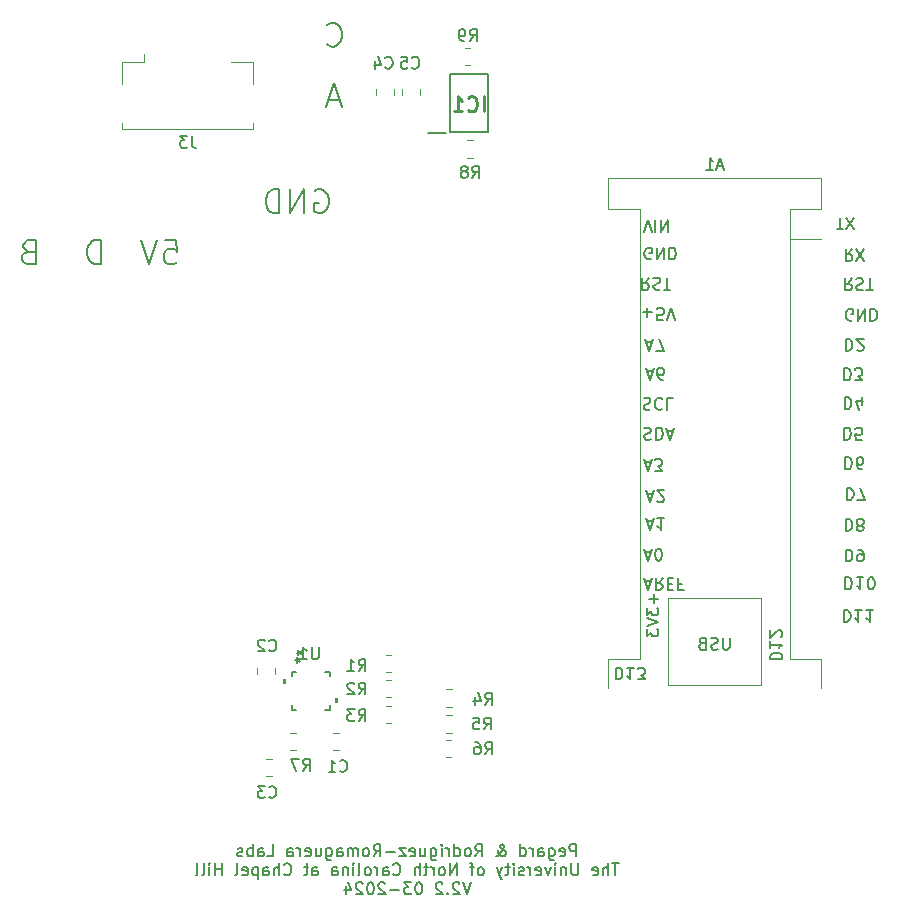
<source format=gbr>
%TF.GenerationSoftware,KiCad,Pcbnew,7.0.7-rc1*%
%TF.CreationDate,2024-03-12T16:47:17-04:00*%
%TF.ProjectId,Moving,4d6f7669-6e67-42e6-9b69-6361645f7063,rev?*%
%TF.SameCoordinates,Original*%
%TF.FileFunction,Legend,Bot*%
%TF.FilePolarity,Positive*%
%FSLAX46Y46*%
G04 Gerber Fmt 4.6, Leading zero omitted, Abs format (unit mm)*
G04 Created by KiCad (PCBNEW 7.0.7-rc1) date 2024-03-12 16:47:17*
%MOMM*%
%LPD*%
G01*
G04 APERTURE LIST*
%ADD10C,0.150000*%
%ADD11C,0.254000*%
%ADD12C,0.120000*%
%ADD13C,0.200000*%
%ADD14C,0.152400*%
G04 APERTURE END LIST*
D10*
X131977506Y-69042676D02*
X132167982Y-68947438D01*
X132167982Y-68947438D02*
X132453696Y-68947438D01*
X132453696Y-68947438D02*
X132739411Y-69042676D01*
X132739411Y-69042676D02*
X132929887Y-69233152D01*
X132929887Y-69233152D02*
X133025125Y-69423628D01*
X133025125Y-69423628D02*
X133120363Y-69804580D01*
X133120363Y-69804580D02*
X133120363Y-70090295D01*
X133120363Y-70090295D02*
X133025125Y-70471247D01*
X133025125Y-70471247D02*
X132929887Y-70661723D01*
X132929887Y-70661723D02*
X132739411Y-70852200D01*
X132739411Y-70852200D02*
X132453696Y-70947438D01*
X132453696Y-70947438D02*
X132263220Y-70947438D01*
X132263220Y-70947438D02*
X131977506Y-70852200D01*
X131977506Y-70852200D02*
X131882268Y-70756961D01*
X131882268Y-70756961D02*
X131882268Y-70090295D01*
X131882268Y-70090295D02*
X132263220Y-70090295D01*
X131025125Y-70947438D02*
X131025125Y-68947438D01*
X131025125Y-68947438D02*
X129882268Y-70947438D01*
X129882268Y-70947438D02*
X129882268Y-68947438D01*
X128929887Y-70947438D02*
X128929887Y-68947438D01*
X128929887Y-68947438D02*
X128453697Y-68947438D01*
X128453697Y-68947438D02*
X128167982Y-69042676D01*
X128167982Y-69042676D02*
X127977506Y-69233152D01*
X127977506Y-69233152D02*
X127882268Y-69423628D01*
X127882268Y-69423628D02*
X127787030Y-69804580D01*
X127787030Y-69804580D02*
X127787030Y-70090295D01*
X127787030Y-70090295D02*
X127882268Y-70471247D01*
X127882268Y-70471247D02*
X127977506Y-70661723D01*
X127977506Y-70661723D02*
X128167982Y-70852200D01*
X128167982Y-70852200D02*
X128453697Y-70947438D01*
X128453697Y-70947438D02*
X128929887Y-70947438D01*
X154059524Y-125399819D02*
X154059524Y-124399819D01*
X154059524Y-124399819D02*
X153678572Y-124399819D01*
X153678572Y-124399819D02*
X153583334Y-124447438D01*
X153583334Y-124447438D02*
X153535715Y-124495057D01*
X153535715Y-124495057D02*
X153488096Y-124590295D01*
X153488096Y-124590295D02*
X153488096Y-124733152D01*
X153488096Y-124733152D02*
X153535715Y-124828390D01*
X153535715Y-124828390D02*
X153583334Y-124876009D01*
X153583334Y-124876009D02*
X153678572Y-124923628D01*
X153678572Y-124923628D02*
X154059524Y-124923628D01*
X152678572Y-125352200D02*
X152773810Y-125399819D01*
X152773810Y-125399819D02*
X152964286Y-125399819D01*
X152964286Y-125399819D02*
X153059524Y-125352200D01*
X153059524Y-125352200D02*
X153107143Y-125256961D01*
X153107143Y-125256961D02*
X153107143Y-124876009D01*
X153107143Y-124876009D02*
X153059524Y-124780771D01*
X153059524Y-124780771D02*
X152964286Y-124733152D01*
X152964286Y-124733152D02*
X152773810Y-124733152D01*
X152773810Y-124733152D02*
X152678572Y-124780771D01*
X152678572Y-124780771D02*
X152630953Y-124876009D01*
X152630953Y-124876009D02*
X152630953Y-124971247D01*
X152630953Y-124971247D02*
X153107143Y-125066485D01*
X151773810Y-124733152D02*
X151773810Y-125542676D01*
X151773810Y-125542676D02*
X151821429Y-125637914D01*
X151821429Y-125637914D02*
X151869048Y-125685533D01*
X151869048Y-125685533D02*
X151964286Y-125733152D01*
X151964286Y-125733152D02*
X152107143Y-125733152D01*
X152107143Y-125733152D02*
X152202381Y-125685533D01*
X151773810Y-125352200D02*
X151869048Y-125399819D01*
X151869048Y-125399819D02*
X152059524Y-125399819D01*
X152059524Y-125399819D02*
X152154762Y-125352200D01*
X152154762Y-125352200D02*
X152202381Y-125304580D01*
X152202381Y-125304580D02*
X152250000Y-125209342D01*
X152250000Y-125209342D02*
X152250000Y-124923628D01*
X152250000Y-124923628D02*
X152202381Y-124828390D01*
X152202381Y-124828390D02*
X152154762Y-124780771D01*
X152154762Y-124780771D02*
X152059524Y-124733152D01*
X152059524Y-124733152D02*
X151869048Y-124733152D01*
X151869048Y-124733152D02*
X151773810Y-124780771D01*
X150869048Y-125399819D02*
X150869048Y-124876009D01*
X150869048Y-124876009D02*
X150916667Y-124780771D01*
X150916667Y-124780771D02*
X151011905Y-124733152D01*
X151011905Y-124733152D02*
X151202381Y-124733152D01*
X151202381Y-124733152D02*
X151297619Y-124780771D01*
X150869048Y-125352200D02*
X150964286Y-125399819D01*
X150964286Y-125399819D02*
X151202381Y-125399819D01*
X151202381Y-125399819D02*
X151297619Y-125352200D01*
X151297619Y-125352200D02*
X151345238Y-125256961D01*
X151345238Y-125256961D02*
X151345238Y-125161723D01*
X151345238Y-125161723D02*
X151297619Y-125066485D01*
X151297619Y-125066485D02*
X151202381Y-125018866D01*
X151202381Y-125018866D02*
X150964286Y-125018866D01*
X150964286Y-125018866D02*
X150869048Y-124971247D01*
X150392857Y-125399819D02*
X150392857Y-124733152D01*
X150392857Y-124923628D02*
X150345238Y-124828390D01*
X150345238Y-124828390D02*
X150297619Y-124780771D01*
X150297619Y-124780771D02*
X150202381Y-124733152D01*
X150202381Y-124733152D02*
X150107143Y-124733152D01*
X149345238Y-125399819D02*
X149345238Y-124399819D01*
X149345238Y-125352200D02*
X149440476Y-125399819D01*
X149440476Y-125399819D02*
X149630952Y-125399819D01*
X149630952Y-125399819D02*
X149726190Y-125352200D01*
X149726190Y-125352200D02*
X149773809Y-125304580D01*
X149773809Y-125304580D02*
X149821428Y-125209342D01*
X149821428Y-125209342D02*
X149821428Y-124923628D01*
X149821428Y-124923628D02*
X149773809Y-124828390D01*
X149773809Y-124828390D02*
X149726190Y-124780771D01*
X149726190Y-124780771D02*
X149630952Y-124733152D01*
X149630952Y-124733152D02*
X149440476Y-124733152D01*
X149440476Y-124733152D02*
X149345238Y-124780771D01*
X147297618Y-125399819D02*
X147345238Y-125399819D01*
X147345238Y-125399819D02*
X147440476Y-125352200D01*
X147440476Y-125352200D02*
X147583333Y-125209342D01*
X147583333Y-125209342D02*
X147821428Y-124923628D01*
X147821428Y-124923628D02*
X147916666Y-124780771D01*
X147916666Y-124780771D02*
X147964285Y-124637914D01*
X147964285Y-124637914D02*
X147964285Y-124542676D01*
X147964285Y-124542676D02*
X147916666Y-124447438D01*
X147916666Y-124447438D02*
X147821428Y-124399819D01*
X147821428Y-124399819D02*
X147773809Y-124399819D01*
X147773809Y-124399819D02*
X147678571Y-124447438D01*
X147678571Y-124447438D02*
X147630952Y-124542676D01*
X147630952Y-124542676D02*
X147630952Y-124590295D01*
X147630952Y-124590295D02*
X147678571Y-124685533D01*
X147678571Y-124685533D02*
X147726190Y-124733152D01*
X147726190Y-124733152D02*
X148011904Y-124923628D01*
X148011904Y-124923628D02*
X148059523Y-124971247D01*
X148059523Y-124971247D02*
X148107142Y-125066485D01*
X148107142Y-125066485D02*
X148107142Y-125209342D01*
X148107142Y-125209342D02*
X148059523Y-125304580D01*
X148059523Y-125304580D02*
X148011904Y-125352200D01*
X148011904Y-125352200D02*
X147916666Y-125399819D01*
X147916666Y-125399819D02*
X147773809Y-125399819D01*
X147773809Y-125399819D02*
X147678571Y-125352200D01*
X147678571Y-125352200D02*
X147630952Y-125304580D01*
X147630952Y-125304580D02*
X147488095Y-125114104D01*
X147488095Y-125114104D02*
X147440476Y-124971247D01*
X147440476Y-124971247D02*
X147440476Y-124876009D01*
X145535714Y-125399819D02*
X145869047Y-124923628D01*
X146107142Y-125399819D02*
X146107142Y-124399819D01*
X146107142Y-124399819D02*
X145726190Y-124399819D01*
X145726190Y-124399819D02*
X145630952Y-124447438D01*
X145630952Y-124447438D02*
X145583333Y-124495057D01*
X145583333Y-124495057D02*
X145535714Y-124590295D01*
X145535714Y-124590295D02*
X145535714Y-124733152D01*
X145535714Y-124733152D02*
X145583333Y-124828390D01*
X145583333Y-124828390D02*
X145630952Y-124876009D01*
X145630952Y-124876009D02*
X145726190Y-124923628D01*
X145726190Y-124923628D02*
X146107142Y-124923628D01*
X144964285Y-125399819D02*
X145059523Y-125352200D01*
X145059523Y-125352200D02*
X145107142Y-125304580D01*
X145107142Y-125304580D02*
X145154761Y-125209342D01*
X145154761Y-125209342D02*
X145154761Y-124923628D01*
X145154761Y-124923628D02*
X145107142Y-124828390D01*
X145107142Y-124828390D02*
X145059523Y-124780771D01*
X145059523Y-124780771D02*
X144964285Y-124733152D01*
X144964285Y-124733152D02*
X144821428Y-124733152D01*
X144821428Y-124733152D02*
X144726190Y-124780771D01*
X144726190Y-124780771D02*
X144678571Y-124828390D01*
X144678571Y-124828390D02*
X144630952Y-124923628D01*
X144630952Y-124923628D02*
X144630952Y-125209342D01*
X144630952Y-125209342D02*
X144678571Y-125304580D01*
X144678571Y-125304580D02*
X144726190Y-125352200D01*
X144726190Y-125352200D02*
X144821428Y-125399819D01*
X144821428Y-125399819D02*
X144964285Y-125399819D01*
X143773809Y-125399819D02*
X143773809Y-124399819D01*
X143773809Y-125352200D02*
X143869047Y-125399819D01*
X143869047Y-125399819D02*
X144059523Y-125399819D01*
X144059523Y-125399819D02*
X144154761Y-125352200D01*
X144154761Y-125352200D02*
X144202380Y-125304580D01*
X144202380Y-125304580D02*
X144249999Y-125209342D01*
X144249999Y-125209342D02*
X144249999Y-124923628D01*
X144249999Y-124923628D02*
X144202380Y-124828390D01*
X144202380Y-124828390D02*
X144154761Y-124780771D01*
X144154761Y-124780771D02*
X144059523Y-124733152D01*
X144059523Y-124733152D02*
X143869047Y-124733152D01*
X143869047Y-124733152D02*
X143773809Y-124780771D01*
X143297618Y-125399819D02*
X143297618Y-124733152D01*
X143297618Y-124923628D02*
X143249999Y-124828390D01*
X143249999Y-124828390D02*
X143202380Y-124780771D01*
X143202380Y-124780771D02*
X143107142Y-124733152D01*
X143107142Y-124733152D02*
X143011904Y-124733152D01*
X142678570Y-125399819D02*
X142678570Y-124733152D01*
X142678570Y-124399819D02*
X142726189Y-124447438D01*
X142726189Y-124447438D02*
X142678570Y-124495057D01*
X142678570Y-124495057D02*
X142630951Y-124447438D01*
X142630951Y-124447438D02*
X142678570Y-124399819D01*
X142678570Y-124399819D02*
X142678570Y-124495057D01*
X141773809Y-124733152D02*
X141773809Y-125542676D01*
X141773809Y-125542676D02*
X141821428Y-125637914D01*
X141821428Y-125637914D02*
X141869047Y-125685533D01*
X141869047Y-125685533D02*
X141964285Y-125733152D01*
X141964285Y-125733152D02*
X142107142Y-125733152D01*
X142107142Y-125733152D02*
X142202380Y-125685533D01*
X141773809Y-125352200D02*
X141869047Y-125399819D01*
X141869047Y-125399819D02*
X142059523Y-125399819D01*
X142059523Y-125399819D02*
X142154761Y-125352200D01*
X142154761Y-125352200D02*
X142202380Y-125304580D01*
X142202380Y-125304580D02*
X142249999Y-125209342D01*
X142249999Y-125209342D02*
X142249999Y-124923628D01*
X142249999Y-124923628D02*
X142202380Y-124828390D01*
X142202380Y-124828390D02*
X142154761Y-124780771D01*
X142154761Y-124780771D02*
X142059523Y-124733152D01*
X142059523Y-124733152D02*
X141869047Y-124733152D01*
X141869047Y-124733152D02*
X141773809Y-124780771D01*
X140869047Y-124733152D02*
X140869047Y-125399819D01*
X141297618Y-124733152D02*
X141297618Y-125256961D01*
X141297618Y-125256961D02*
X141249999Y-125352200D01*
X141249999Y-125352200D02*
X141154761Y-125399819D01*
X141154761Y-125399819D02*
X141011904Y-125399819D01*
X141011904Y-125399819D02*
X140916666Y-125352200D01*
X140916666Y-125352200D02*
X140869047Y-125304580D01*
X140011904Y-125352200D02*
X140107142Y-125399819D01*
X140107142Y-125399819D02*
X140297618Y-125399819D01*
X140297618Y-125399819D02*
X140392856Y-125352200D01*
X140392856Y-125352200D02*
X140440475Y-125256961D01*
X140440475Y-125256961D02*
X140440475Y-124876009D01*
X140440475Y-124876009D02*
X140392856Y-124780771D01*
X140392856Y-124780771D02*
X140297618Y-124733152D01*
X140297618Y-124733152D02*
X140107142Y-124733152D01*
X140107142Y-124733152D02*
X140011904Y-124780771D01*
X140011904Y-124780771D02*
X139964285Y-124876009D01*
X139964285Y-124876009D02*
X139964285Y-124971247D01*
X139964285Y-124971247D02*
X140440475Y-125066485D01*
X139630951Y-124733152D02*
X139107142Y-124733152D01*
X139107142Y-124733152D02*
X139630951Y-125399819D01*
X139630951Y-125399819D02*
X139107142Y-125399819D01*
X138726189Y-125018866D02*
X137964285Y-125018866D01*
X136916666Y-125399819D02*
X137249999Y-124923628D01*
X137488094Y-125399819D02*
X137488094Y-124399819D01*
X137488094Y-124399819D02*
X137107142Y-124399819D01*
X137107142Y-124399819D02*
X137011904Y-124447438D01*
X137011904Y-124447438D02*
X136964285Y-124495057D01*
X136964285Y-124495057D02*
X136916666Y-124590295D01*
X136916666Y-124590295D02*
X136916666Y-124733152D01*
X136916666Y-124733152D02*
X136964285Y-124828390D01*
X136964285Y-124828390D02*
X137011904Y-124876009D01*
X137011904Y-124876009D02*
X137107142Y-124923628D01*
X137107142Y-124923628D02*
X137488094Y-124923628D01*
X136345237Y-125399819D02*
X136440475Y-125352200D01*
X136440475Y-125352200D02*
X136488094Y-125304580D01*
X136488094Y-125304580D02*
X136535713Y-125209342D01*
X136535713Y-125209342D02*
X136535713Y-124923628D01*
X136535713Y-124923628D02*
X136488094Y-124828390D01*
X136488094Y-124828390D02*
X136440475Y-124780771D01*
X136440475Y-124780771D02*
X136345237Y-124733152D01*
X136345237Y-124733152D02*
X136202380Y-124733152D01*
X136202380Y-124733152D02*
X136107142Y-124780771D01*
X136107142Y-124780771D02*
X136059523Y-124828390D01*
X136059523Y-124828390D02*
X136011904Y-124923628D01*
X136011904Y-124923628D02*
X136011904Y-125209342D01*
X136011904Y-125209342D02*
X136059523Y-125304580D01*
X136059523Y-125304580D02*
X136107142Y-125352200D01*
X136107142Y-125352200D02*
X136202380Y-125399819D01*
X136202380Y-125399819D02*
X136345237Y-125399819D01*
X135583332Y-125399819D02*
X135583332Y-124733152D01*
X135583332Y-124828390D02*
X135535713Y-124780771D01*
X135535713Y-124780771D02*
X135440475Y-124733152D01*
X135440475Y-124733152D02*
X135297618Y-124733152D01*
X135297618Y-124733152D02*
X135202380Y-124780771D01*
X135202380Y-124780771D02*
X135154761Y-124876009D01*
X135154761Y-124876009D02*
X135154761Y-125399819D01*
X135154761Y-124876009D02*
X135107142Y-124780771D01*
X135107142Y-124780771D02*
X135011904Y-124733152D01*
X135011904Y-124733152D02*
X134869047Y-124733152D01*
X134869047Y-124733152D02*
X134773808Y-124780771D01*
X134773808Y-124780771D02*
X134726189Y-124876009D01*
X134726189Y-124876009D02*
X134726189Y-125399819D01*
X133821428Y-125399819D02*
X133821428Y-124876009D01*
X133821428Y-124876009D02*
X133869047Y-124780771D01*
X133869047Y-124780771D02*
X133964285Y-124733152D01*
X133964285Y-124733152D02*
X134154761Y-124733152D01*
X134154761Y-124733152D02*
X134249999Y-124780771D01*
X133821428Y-125352200D02*
X133916666Y-125399819D01*
X133916666Y-125399819D02*
X134154761Y-125399819D01*
X134154761Y-125399819D02*
X134249999Y-125352200D01*
X134249999Y-125352200D02*
X134297618Y-125256961D01*
X134297618Y-125256961D02*
X134297618Y-125161723D01*
X134297618Y-125161723D02*
X134249999Y-125066485D01*
X134249999Y-125066485D02*
X134154761Y-125018866D01*
X134154761Y-125018866D02*
X133916666Y-125018866D01*
X133916666Y-125018866D02*
X133821428Y-124971247D01*
X132916666Y-124733152D02*
X132916666Y-125542676D01*
X132916666Y-125542676D02*
X132964285Y-125637914D01*
X132964285Y-125637914D02*
X133011904Y-125685533D01*
X133011904Y-125685533D02*
X133107142Y-125733152D01*
X133107142Y-125733152D02*
X133249999Y-125733152D01*
X133249999Y-125733152D02*
X133345237Y-125685533D01*
X132916666Y-125352200D02*
X133011904Y-125399819D01*
X133011904Y-125399819D02*
X133202380Y-125399819D01*
X133202380Y-125399819D02*
X133297618Y-125352200D01*
X133297618Y-125352200D02*
X133345237Y-125304580D01*
X133345237Y-125304580D02*
X133392856Y-125209342D01*
X133392856Y-125209342D02*
X133392856Y-124923628D01*
X133392856Y-124923628D02*
X133345237Y-124828390D01*
X133345237Y-124828390D02*
X133297618Y-124780771D01*
X133297618Y-124780771D02*
X133202380Y-124733152D01*
X133202380Y-124733152D02*
X133011904Y-124733152D01*
X133011904Y-124733152D02*
X132916666Y-124780771D01*
X132011904Y-124733152D02*
X132011904Y-125399819D01*
X132440475Y-124733152D02*
X132440475Y-125256961D01*
X132440475Y-125256961D02*
X132392856Y-125352200D01*
X132392856Y-125352200D02*
X132297618Y-125399819D01*
X132297618Y-125399819D02*
X132154761Y-125399819D01*
X132154761Y-125399819D02*
X132059523Y-125352200D01*
X132059523Y-125352200D02*
X132011904Y-125304580D01*
X131154761Y-125352200D02*
X131249999Y-125399819D01*
X131249999Y-125399819D02*
X131440475Y-125399819D01*
X131440475Y-125399819D02*
X131535713Y-125352200D01*
X131535713Y-125352200D02*
X131583332Y-125256961D01*
X131583332Y-125256961D02*
X131583332Y-124876009D01*
X131583332Y-124876009D02*
X131535713Y-124780771D01*
X131535713Y-124780771D02*
X131440475Y-124733152D01*
X131440475Y-124733152D02*
X131249999Y-124733152D01*
X131249999Y-124733152D02*
X131154761Y-124780771D01*
X131154761Y-124780771D02*
X131107142Y-124876009D01*
X131107142Y-124876009D02*
X131107142Y-124971247D01*
X131107142Y-124971247D02*
X131583332Y-125066485D01*
X130678570Y-125399819D02*
X130678570Y-124733152D01*
X130678570Y-124923628D02*
X130630951Y-124828390D01*
X130630951Y-124828390D02*
X130583332Y-124780771D01*
X130583332Y-124780771D02*
X130488094Y-124733152D01*
X130488094Y-124733152D02*
X130392856Y-124733152D01*
X129630951Y-125399819D02*
X129630951Y-124876009D01*
X129630951Y-124876009D02*
X129678570Y-124780771D01*
X129678570Y-124780771D02*
X129773808Y-124733152D01*
X129773808Y-124733152D02*
X129964284Y-124733152D01*
X129964284Y-124733152D02*
X130059522Y-124780771D01*
X129630951Y-125352200D02*
X129726189Y-125399819D01*
X129726189Y-125399819D02*
X129964284Y-125399819D01*
X129964284Y-125399819D02*
X130059522Y-125352200D01*
X130059522Y-125352200D02*
X130107141Y-125256961D01*
X130107141Y-125256961D02*
X130107141Y-125161723D01*
X130107141Y-125161723D02*
X130059522Y-125066485D01*
X130059522Y-125066485D02*
X129964284Y-125018866D01*
X129964284Y-125018866D02*
X129726189Y-125018866D01*
X129726189Y-125018866D02*
X129630951Y-124971247D01*
X127916665Y-125399819D02*
X128392855Y-125399819D01*
X128392855Y-125399819D02*
X128392855Y-124399819D01*
X127154760Y-125399819D02*
X127154760Y-124876009D01*
X127154760Y-124876009D02*
X127202379Y-124780771D01*
X127202379Y-124780771D02*
X127297617Y-124733152D01*
X127297617Y-124733152D02*
X127488093Y-124733152D01*
X127488093Y-124733152D02*
X127583331Y-124780771D01*
X127154760Y-125352200D02*
X127249998Y-125399819D01*
X127249998Y-125399819D02*
X127488093Y-125399819D01*
X127488093Y-125399819D02*
X127583331Y-125352200D01*
X127583331Y-125352200D02*
X127630950Y-125256961D01*
X127630950Y-125256961D02*
X127630950Y-125161723D01*
X127630950Y-125161723D02*
X127583331Y-125066485D01*
X127583331Y-125066485D02*
X127488093Y-125018866D01*
X127488093Y-125018866D02*
X127249998Y-125018866D01*
X127249998Y-125018866D02*
X127154760Y-124971247D01*
X126678569Y-125399819D02*
X126678569Y-124399819D01*
X126678569Y-124780771D02*
X126583331Y-124733152D01*
X126583331Y-124733152D02*
X126392855Y-124733152D01*
X126392855Y-124733152D02*
X126297617Y-124780771D01*
X126297617Y-124780771D02*
X126249998Y-124828390D01*
X126249998Y-124828390D02*
X126202379Y-124923628D01*
X126202379Y-124923628D02*
X126202379Y-125209342D01*
X126202379Y-125209342D02*
X126249998Y-125304580D01*
X126249998Y-125304580D02*
X126297617Y-125352200D01*
X126297617Y-125352200D02*
X126392855Y-125399819D01*
X126392855Y-125399819D02*
X126583331Y-125399819D01*
X126583331Y-125399819D02*
X126678569Y-125352200D01*
X125821426Y-125352200D02*
X125726188Y-125399819D01*
X125726188Y-125399819D02*
X125535712Y-125399819D01*
X125535712Y-125399819D02*
X125440474Y-125352200D01*
X125440474Y-125352200D02*
X125392855Y-125256961D01*
X125392855Y-125256961D02*
X125392855Y-125209342D01*
X125392855Y-125209342D02*
X125440474Y-125114104D01*
X125440474Y-125114104D02*
X125535712Y-125066485D01*
X125535712Y-125066485D02*
X125678569Y-125066485D01*
X125678569Y-125066485D02*
X125773807Y-125018866D01*
X125773807Y-125018866D02*
X125821426Y-124923628D01*
X125821426Y-124923628D02*
X125821426Y-124876009D01*
X125821426Y-124876009D02*
X125773807Y-124780771D01*
X125773807Y-124780771D02*
X125678569Y-124733152D01*
X125678569Y-124733152D02*
X125535712Y-124733152D01*
X125535712Y-124733152D02*
X125440474Y-124780771D01*
X157678574Y-126009819D02*
X157107146Y-126009819D01*
X157392860Y-127009819D02*
X157392860Y-126009819D01*
X156773812Y-127009819D02*
X156773812Y-126009819D01*
X156345241Y-127009819D02*
X156345241Y-126486009D01*
X156345241Y-126486009D02*
X156392860Y-126390771D01*
X156392860Y-126390771D02*
X156488098Y-126343152D01*
X156488098Y-126343152D02*
X156630955Y-126343152D01*
X156630955Y-126343152D02*
X156726193Y-126390771D01*
X156726193Y-126390771D02*
X156773812Y-126438390D01*
X155488098Y-126962200D02*
X155583336Y-127009819D01*
X155583336Y-127009819D02*
X155773812Y-127009819D01*
X155773812Y-127009819D02*
X155869050Y-126962200D01*
X155869050Y-126962200D02*
X155916669Y-126866961D01*
X155916669Y-126866961D02*
X155916669Y-126486009D01*
X155916669Y-126486009D02*
X155869050Y-126390771D01*
X155869050Y-126390771D02*
X155773812Y-126343152D01*
X155773812Y-126343152D02*
X155583336Y-126343152D01*
X155583336Y-126343152D02*
X155488098Y-126390771D01*
X155488098Y-126390771D02*
X155440479Y-126486009D01*
X155440479Y-126486009D02*
X155440479Y-126581247D01*
X155440479Y-126581247D02*
X155916669Y-126676485D01*
X154250002Y-126009819D02*
X154250002Y-126819342D01*
X154250002Y-126819342D02*
X154202383Y-126914580D01*
X154202383Y-126914580D02*
X154154764Y-126962200D01*
X154154764Y-126962200D02*
X154059526Y-127009819D01*
X154059526Y-127009819D02*
X153869050Y-127009819D01*
X153869050Y-127009819D02*
X153773812Y-126962200D01*
X153773812Y-126962200D02*
X153726193Y-126914580D01*
X153726193Y-126914580D02*
X153678574Y-126819342D01*
X153678574Y-126819342D02*
X153678574Y-126009819D01*
X153202383Y-126343152D02*
X153202383Y-127009819D01*
X153202383Y-126438390D02*
X153154764Y-126390771D01*
X153154764Y-126390771D02*
X153059526Y-126343152D01*
X153059526Y-126343152D02*
X152916669Y-126343152D01*
X152916669Y-126343152D02*
X152821431Y-126390771D01*
X152821431Y-126390771D02*
X152773812Y-126486009D01*
X152773812Y-126486009D02*
X152773812Y-127009819D01*
X152297621Y-127009819D02*
X152297621Y-126343152D01*
X152297621Y-126009819D02*
X152345240Y-126057438D01*
X152345240Y-126057438D02*
X152297621Y-126105057D01*
X152297621Y-126105057D02*
X152250002Y-126057438D01*
X152250002Y-126057438D02*
X152297621Y-126009819D01*
X152297621Y-126009819D02*
X152297621Y-126105057D01*
X151916669Y-126343152D02*
X151678574Y-127009819D01*
X151678574Y-127009819D02*
X151440479Y-126343152D01*
X150678574Y-126962200D02*
X150773812Y-127009819D01*
X150773812Y-127009819D02*
X150964288Y-127009819D01*
X150964288Y-127009819D02*
X151059526Y-126962200D01*
X151059526Y-126962200D02*
X151107145Y-126866961D01*
X151107145Y-126866961D02*
X151107145Y-126486009D01*
X151107145Y-126486009D02*
X151059526Y-126390771D01*
X151059526Y-126390771D02*
X150964288Y-126343152D01*
X150964288Y-126343152D02*
X150773812Y-126343152D01*
X150773812Y-126343152D02*
X150678574Y-126390771D01*
X150678574Y-126390771D02*
X150630955Y-126486009D01*
X150630955Y-126486009D02*
X150630955Y-126581247D01*
X150630955Y-126581247D02*
X151107145Y-126676485D01*
X150202383Y-127009819D02*
X150202383Y-126343152D01*
X150202383Y-126533628D02*
X150154764Y-126438390D01*
X150154764Y-126438390D02*
X150107145Y-126390771D01*
X150107145Y-126390771D02*
X150011907Y-126343152D01*
X150011907Y-126343152D02*
X149916669Y-126343152D01*
X149630954Y-126962200D02*
X149535716Y-127009819D01*
X149535716Y-127009819D02*
X149345240Y-127009819D01*
X149345240Y-127009819D02*
X149250002Y-126962200D01*
X149250002Y-126962200D02*
X149202383Y-126866961D01*
X149202383Y-126866961D02*
X149202383Y-126819342D01*
X149202383Y-126819342D02*
X149250002Y-126724104D01*
X149250002Y-126724104D02*
X149345240Y-126676485D01*
X149345240Y-126676485D02*
X149488097Y-126676485D01*
X149488097Y-126676485D02*
X149583335Y-126628866D01*
X149583335Y-126628866D02*
X149630954Y-126533628D01*
X149630954Y-126533628D02*
X149630954Y-126486009D01*
X149630954Y-126486009D02*
X149583335Y-126390771D01*
X149583335Y-126390771D02*
X149488097Y-126343152D01*
X149488097Y-126343152D02*
X149345240Y-126343152D01*
X149345240Y-126343152D02*
X149250002Y-126390771D01*
X148773811Y-127009819D02*
X148773811Y-126343152D01*
X148773811Y-126009819D02*
X148821430Y-126057438D01*
X148821430Y-126057438D02*
X148773811Y-126105057D01*
X148773811Y-126105057D02*
X148726192Y-126057438D01*
X148726192Y-126057438D02*
X148773811Y-126009819D01*
X148773811Y-126009819D02*
X148773811Y-126105057D01*
X148440478Y-126343152D02*
X148059526Y-126343152D01*
X148297621Y-126009819D02*
X148297621Y-126866961D01*
X148297621Y-126866961D02*
X148250002Y-126962200D01*
X148250002Y-126962200D02*
X148154764Y-127009819D01*
X148154764Y-127009819D02*
X148059526Y-127009819D01*
X147821430Y-126343152D02*
X147583335Y-127009819D01*
X147345240Y-126343152D02*
X147583335Y-127009819D01*
X147583335Y-127009819D02*
X147678573Y-127247914D01*
X147678573Y-127247914D02*
X147726192Y-127295533D01*
X147726192Y-127295533D02*
X147821430Y-127343152D01*
X146059525Y-127009819D02*
X146154763Y-126962200D01*
X146154763Y-126962200D02*
X146202382Y-126914580D01*
X146202382Y-126914580D02*
X146250001Y-126819342D01*
X146250001Y-126819342D02*
X146250001Y-126533628D01*
X146250001Y-126533628D02*
X146202382Y-126438390D01*
X146202382Y-126438390D02*
X146154763Y-126390771D01*
X146154763Y-126390771D02*
X146059525Y-126343152D01*
X146059525Y-126343152D02*
X145916668Y-126343152D01*
X145916668Y-126343152D02*
X145821430Y-126390771D01*
X145821430Y-126390771D02*
X145773811Y-126438390D01*
X145773811Y-126438390D02*
X145726192Y-126533628D01*
X145726192Y-126533628D02*
X145726192Y-126819342D01*
X145726192Y-126819342D02*
X145773811Y-126914580D01*
X145773811Y-126914580D02*
X145821430Y-126962200D01*
X145821430Y-126962200D02*
X145916668Y-127009819D01*
X145916668Y-127009819D02*
X146059525Y-127009819D01*
X145440477Y-126343152D02*
X145059525Y-126343152D01*
X145297620Y-127009819D02*
X145297620Y-126152676D01*
X145297620Y-126152676D02*
X145250001Y-126057438D01*
X145250001Y-126057438D02*
X145154763Y-126009819D01*
X145154763Y-126009819D02*
X145059525Y-126009819D01*
X143964286Y-127009819D02*
X143964286Y-126009819D01*
X143964286Y-126009819D02*
X143392858Y-127009819D01*
X143392858Y-127009819D02*
X143392858Y-126009819D01*
X142773810Y-127009819D02*
X142869048Y-126962200D01*
X142869048Y-126962200D02*
X142916667Y-126914580D01*
X142916667Y-126914580D02*
X142964286Y-126819342D01*
X142964286Y-126819342D02*
X142964286Y-126533628D01*
X142964286Y-126533628D02*
X142916667Y-126438390D01*
X142916667Y-126438390D02*
X142869048Y-126390771D01*
X142869048Y-126390771D02*
X142773810Y-126343152D01*
X142773810Y-126343152D02*
X142630953Y-126343152D01*
X142630953Y-126343152D02*
X142535715Y-126390771D01*
X142535715Y-126390771D02*
X142488096Y-126438390D01*
X142488096Y-126438390D02*
X142440477Y-126533628D01*
X142440477Y-126533628D02*
X142440477Y-126819342D01*
X142440477Y-126819342D02*
X142488096Y-126914580D01*
X142488096Y-126914580D02*
X142535715Y-126962200D01*
X142535715Y-126962200D02*
X142630953Y-127009819D01*
X142630953Y-127009819D02*
X142773810Y-127009819D01*
X142011905Y-127009819D02*
X142011905Y-126343152D01*
X142011905Y-126533628D02*
X141964286Y-126438390D01*
X141964286Y-126438390D02*
X141916667Y-126390771D01*
X141916667Y-126390771D02*
X141821429Y-126343152D01*
X141821429Y-126343152D02*
X141726191Y-126343152D01*
X141535714Y-126343152D02*
X141154762Y-126343152D01*
X141392857Y-126009819D02*
X141392857Y-126866961D01*
X141392857Y-126866961D02*
X141345238Y-126962200D01*
X141345238Y-126962200D02*
X141250000Y-127009819D01*
X141250000Y-127009819D02*
X141154762Y-127009819D01*
X140821428Y-127009819D02*
X140821428Y-126009819D01*
X140392857Y-127009819D02*
X140392857Y-126486009D01*
X140392857Y-126486009D02*
X140440476Y-126390771D01*
X140440476Y-126390771D02*
X140535714Y-126343152D01*
X140535714Y-126343152D02*
X140678571Y-126343152D01*
X140678571Y-126343152D02*
X140773809Y-126390771D01*
X140773809Y-126390771D02*
X140821428Y-126438390D01*
X138583333Y-126914580D02*
X138630952Y-126962200D01*
X138630952Y-126962200D02*
X138773809Y-127009819D01*
X138773809Y-127009819D02*
X138869047Y-127009819D01*
X138869047Y-127009819D02*
X139011904Y-126962200D01*
X139011904Y-126962200D02*
X139107142Y-126866961D01*
X139107142Y-126866961D02*
X139154761Y-126771723D01*
X139154761Y-126771723D02*
X139202380Y-126581247D01*
X139202380Y-126581247D02*
X139202380Y-126438390D01*
X139202380Y-126438390D02*
X139154761Y-126247914D01*
X139154761Y-126247914D02*
X139107142Y-126152676D01*
X139107142Y-126152676D02*
X139011904Y-126057438D01*
X139011904Y-126057438D02*
X138869047Y-126009819D01*
X138869047Y-126009819D02*
X138773809Y-126009819D01*
X138773809Y-126009819D02*
X138630952Y-126057438D01*
X138630952Y-126057438D02*
X138583333Y-126105057D01*
X137726190Y-127009819D02*
X137726190Y-126486009D01*
X137726190Y-126486009D02*
X137773809Y-126390771D01*
X137773809Y-126390771D02*
X137869047Y-126343152D01*
X137869047Y-126343152D02*
X138059523Y-126343152D01*
X138059523Y-126343152D02*
X138154761Y-126390771D01*
X137726190Y-126962200D02*
X137821428Y-127009819D01*
X137821428Y-127009819D02*
X138059523Y-127009819D01*
X138059523Y-127009819D02*
X138154761Y-126962200D01*
X138154761Y-126962200D02*
X138202380Y-126866961D01*
X138202380Y-126866961D02*
X138202380Y-126771723D01*
X138202380Y-126771723D02*
X138154761Y-126676485D01*
X138154761Y-126676485D02*
X138059523Y-126628866D01*
X138059523Y-126628866D02*
X137821428Y-126628866D01*
X137821428Y-126628866D02*
X137726190Y-126581247D01*
X137249999Y-127009819D02*
X137249999Y-126343152D01*
X137249999Y-126533628D02*
X137202380Y-126438390D01*
X137202380Y-126438390D02*
X137154761Y-126390771D01*
X137154761Y-126390771D02*
X137059523Y-126343152D01*
X137059523Y-126343152D02*
X136964285Y-126343152D01*
X136488094Y-127009819D02*
X136583332Y-126962200D01*
X136583332Y-126962200D02*
X136630951Y-126914580D01*
X136630951Y-126914580D02*
X136678570Y-126819342D01*
X136678570Y-126819342D02*
X136678570Y-126533628D01*
X136678570Y-126533628D02*
X136630951Y-126438390D01*
X136630951Y-126438390D02*
X136583332Y-126390771D01*
X136583332Y-126390771D02*
X136488094Y-126343152D01*
X136488094Y-126343152D02*
X136345237Y-126343152D01*
X136345237Y-126343152D02*
X136249999Y-126390771D01*
X136249999Y-126390771D02*
X136202380Y-126438390D01*
X136202380Y-126438390D02*
X136154761Y-126533628D01*
X136154761Y-126533628D02*
X136154761Y-126819342D01*
X136154761Y-126819342D02*
X136202380Y-126914580D01*
X136202380Y-126914580D02*
X136249999Y-126962200D01*
X136249999Y-126962200D02*
X136345237Y-127009819D01*
X136345237Y-127009819D02*
X136488094Y-127009819D01*
X135583332Y-127009819D02*
X135678570Y-126962200D01*
X135678570Y-126962200D02*
X135726189Y-126866961D01*
X135726189Y-126866961D02*
X135726189Y-126009819D01*
X135202379Y-127009819D02*
X135202379Y-126343152D01*
X135202379Y-126009819D02*
X135249998Y-126057438D01*
X135249998Y-126057438D02*
X135202379Y-126105057D01*
X135202379Y-126105057D02*
X135154760Y-126057438D01*
X135154760Y-126057438D02*
X135202379Y-126009819D01*
X135202379Y-126009819D02*
X135202379Y-126105057D01*
X134726189Y-126343152D02*
X134726189Y-127009819D01*
X134726189Y-126438390D02*
X134678570Y-126390771D01*
X134678570Y-126390771D02*
X134583332Y-126343152D01*
X134583332Y-126343152D02*
X134440475Y-126343152D01*
X134440475Y-126343152D02*
X134345237Y-126390771D01*
X134345237Y-126390771D02*
X134297618Y-126486009D01*
X134297618Y-126486009D02*
X134297618Y-127009819D01*
X133392856Y-127009819D02*
X133392856Y-126486009D01*
X133392856Y-126486009D02*
X133440475Y-126390771D01*
X133440475Y-126390771D02*
X133535713Y-126343152D01*
X133535713Y-126343152D02*
X133726189Y-126343152D01*
X133726189Y-126343152D02*
X133821427Y-126390771D01*
X133392856Y-126962200D02*
X133488094Y-127009819D01*
X133488094Y-127009819D02*
X133726189Y-127009819D01*
X133726189Y-127009819D02*
X133821427Y-126962200D01*
X133821427Y-126962200D02*
X133869046Y-126866961D01*
X133869046Y-126866961D02*
X133869046Y-126771723D01*
X133869046Y-126771723D02*
X133821427Y-126676485D01*
X133821427Y-126676485D02*
X133726189Y-126628866D01*
X133726189Y-126628866D02*
X133488094Y-126628866D01*
X133488094Y-126628866D02*
X133392856Y-126581247D01*
X131726189Y-127009819D02*
X131726189Y-126486009D01*
X131726189Y-126486009D02*
X131773808Y-126390771D01*
X131773808Y-126390771D02*
X131869046Y-126343152D01*
X131869046Y-126343152D02*
X132059522Y-126343152D01*
X132059522Y-126343152D02*
X132154760Y-126390771D01*
X131726189Y-126962200D02*
X131821427Y-127009819D01*
X131821427Y-127009819D02*
X132059522Y-127009819D01*
X132059522Y-127009819D02*
X132154760Y-126962200D01*
X132154760Y-126962200D02*
X132202379Y-126866961D01*
X132202379Y-126866961D02*
X132202379Y-126771723D01*
X132202379Y-126771723D02*
X132154760Y-126676485D01*
X132154760Y-126676485D02*
X132059522Y-126628866D01*
X132059522Y-126628866D02*
X131821427Y-126628866D01*
X131821427Y-126628866D02*
X131726189Y-126581247D01*
X131392855Y-126343152D02*
X131011903Y-126343152D01*
X131249998Y-126009819D02*
X131249998Y-126866961D01*
X131249998Y-126866961D02*
X131202379Y-126962200D01*
X131202379Y-126962200D02*
X131107141Y-127009819D01*
X131107141Y-127009819D02*
X131011903Y-127009819D01*
X129345236Y-126914580D02*
X129392855Y-126962200D01*
X129392855Y-126962200D02*
X129535712Y-127009819D01*
X129535712Y-127009819D02*
X129630950Y-127009819D01*
X129630950Y-127009819D02*
X129773807Y-126962200D01*
X129773807Y-126962200D02*
X129869045Y-126866961D01*
X129869045Y-126866961D02*
X129916664Y-126771723D01*
X129916664Y-126771723D02*
X129964283Y-126581247D01*
X129964283Y-126581247D02*
X129964283Y-126438390D01*
X129964283Y-126438390D02*
X129916664Y-126247914D01*
X129916664Y-126247914D02*
X129869045Y-126152676D01*
X129869045Y-126152676D02*
X129773807Y-126057438D01*
X129773807Y-126057438D02*
X129630950Y-126009819D01*
X129630950Y-126009819D02*
X129535712Y-126009819D01*
X129535712Y-126009819D02*
X129392855Y-126057438D01*
X129392855Y-126057438D02*
X129345236Y-126105057D01*
X128916664Y-127009819D02*
X128916664Y-126009819D01*
X128488093Y-127009819D02*
X128488093Y-126486009D01*
X128488093Y-126486009D02*
X128535712Y-126390771D01*
X128535712Y-126390771D02*
X128630950Y-126343152D01*
X128630950Y-126343152D02*
X128773807Y-126343152D01*
X128773807Y-126343152D02*
X128869045Y-126390771D01*
X128869045Y-126390771D02*
X128916664Y-126438390D01*
X127583331Y-127009819D02*
X127583331Y-126486009D01*
X127583331Y-126486009D02*
X127630950Y-126390771D01*
X127630950Y-126390771D02*
X127726188Y-126343152D01*
X127726188Y-126343152D02*
X127916664Y-126343152D01*
X127916664Y-126343152D02*
X128011902Y-126390771D01*
X127583331Y-126962200D02*
X127678569Y-127009819D01*
X127678569Y-127009819D02*
X127916664Y-127009819D01*
X127916664Y-127009819D02*
X128011902Y-126962200D01*
X128011902Y-126962200D02*
X128059521Y-126866961D01*
X128059521Y-126866961D02*
X128059521Y-126771723D01*
X128059521Y-126771723D02*
X128011902Y-126676485D01*
X128011902Y-126676485D02*
X127916664Y-126628866D01*
X127916664Y-126628866D02*
X127678569Y-126628866D01*
X127678569Y-126628866D02*
X127583331Y-126581247D01*
X127107140Y-126343152D02*
X127107140Y-127343152D01*
X127107140Y-126390771D02*
X127011902Y-126343152D01*
X127011902Y-126343152D02*
X126821426Y-126343152D01*
X126821426Y-126343152D02*
X126726188Y-126390771D01*
X126726188Y-126390771D02*
X126678569Y-126438390D01*
X126678569Y-126438390D02*
X126630950Y-126533628D01*
X126630950Y-126533628D02*
X126630950Y-126819342D01*
X126630950Y-126819342D02*
X126678569Y-126914580D01*
X126678569Y-126914580D02*
X126726188Y-126962200D01*
X126726188Y-126962200D02*
X126821426Y-127009819D01*
X126821426Y-127009819D02*
X127011902Y-127009819D01*
X127011902Y-127009819D02*
X127107140Y-126962200D01*
X125821426Y-126962200D02*
X125916664Y-127009819D01*
X125916664Y-127009819D02*
X126107140Y-127009819D01*
X126107140Y-127009819D02*
X126202378Y-126962200D01*
X126202378Y-126962200D02*
X126249997Y-126866961D01*
X126249997Y-126866961D02*
X126249997Y-126486009D01*
X126249997Y-126486009D02*
X126202378Y-126390771D01*
X126202378Y-126390771D02*
X126107140Y-126343152D01*
X126107140Y-126343152D02*
X125916664Y-126343152D01*
X125916664Y-126343152D02*
X125821426Y-126390771D01*
X125821426Y-126390771D02*
X125773807Y-126486009D01*
X125773807Y-126486009D02*
X125773807Y-126581247D01*
X125773807Y-126581247D02*
X126249997Y-126676485D01*
X125202378Y-127009819D02*
X125297616Y-126962200D01*
X125297616Y-126962200D02*
X125345235Y-126866961D01*
X125345235Y-126866961D02*
X125345235Y-126009819D01*
X124059520Y-127009819D02*
X124059520Y-126009819D01*
X124059520Y-126486009D02*
X123488092Y-126486009D01*
X123488092Y-127009819D02*
X123488092Y-126009819D01*
X123011901Y-127009819D02*
X123011901Y-126343152D01*
X123011901Y-126009819D02*
X123059520Y-126057438D01*
X123059520Y-126057438D02*
X123011901Y-126105057D01*
X123011901Y-126105057D02*
X122964282Y-126057438D01*
X122964282Y-126057438D02*
X123011901Y-126009819D01*
X123011901Y-126009819D02*
X123011901Y-126105057D01*
X122392854Y-127009819D02*
X122488092Y-126962200D01*
X122488092Y-126962200D02*
X122535711Y-126866961D01*
X122535711Y-126866961D02*
X122535711Y-126009819D01*
X121869044Y-127009819D02*
X121964282Y-126962200D01*
X121964282Y-126962200D02*
X122011901Y-126866961D01*
X122011901Y-126866961D02*
X122011901Y-126009819D01*
X145130951Y-127619819D02*
X144797618Y-128619819D01*
X144797618Y-128619819D02*
X144464285Y-127619819D01*
X144178570Y-127715057D02*
X144130951Y-127667438D01*
X144130951Y-127667438D02*
X144035713Y-127619819D01*
X144035713Y-127619819D02*
X143797618Y-127619819D01*
X143797618Y-127619819D02*
X143702380Y-127667438D01*
X143702380Y-127667438D02*
X143654761Y-127715057D01*
X143654761Y-127715057D02*
X143607142Y-127810295D01*
X143607142Y-127810295D02*
X143607142Y-127905533D01*
X143607142Y-127905533D02*
X143654761Y-128048390D01*
X143654761Y-128048390D02*
X144226189Y-128619819D01*
X144226189Y-128619819D02*
X143607142Y-128619819D01*
X143178570Y-128524580D02*
X143130951Y-128572200D01*
X143130951Y-128572200D02*
X143178570Y-128619819D01*
X143178570Y-128619819D02*
X143226189Y-128572200D01*
X143226189Y-128572200D02*
X143178570Y-128524580D01*
X143178570Y-128524580D02*
X143178570Y-128619819D01*
X142749999Y-127715057D02*
X142702380Y-127667438D01*
X142702380Y-127667438D02*
X142607142Y-127619819D01*
X142607142Y-127619819D02*
X142369047Y-127619819D01*
X142369047Y-127619819D02*
X142273809Y-127667438D01*
X142273809Y-127667438D02*
X142226190Y-127715057D01*
X142226190Y-127715057D02*
X142178571Y-127810295D01*
X142178571Y-127810295D02*
X142178571Y-127905533D01*
X142178571Y-127905533D02*
X142226190Y-128048390D01*
X142226190Y-128048390D02*
X142797618Y-128619819D01*
X142797618Y-128619819D02*
X142178571Y-128619819D01*
X140797618Y-127619819D02*
X140702380Y-127619819D01*
X140702380Y-127619819D02*
X140607142Y-127667438D01*
X140607142Y-127667438D02*
X140559523Y-127715057D01*
X140559523Y-127715057D02*
X140511904Y-127810295D01*
X140511904Y-127810295D02*
X140464285Y-128000771D01*
X140464285Y-128000771D02*
X140464285Y-128238866D01*
X140464285Y-128238866D02*
X140511904Y-128429342D01*
X140511904Y-128429342D02*
X140559523Y-128524580D01*
X140559523Y-128524580D02*
X140607142Y-128572200D01*
X140607142Y-128572200D02*
X140702380Y-128619819D01*
X140702380Y-128619819D02*
X140797618Y-128619819D01*
X140797618Y-128619819D02*
X140892856Y-128572200D01*
X140892856Y-128572200D02*
X140940475Y-128524580D01*
X140940475Y-128524580D02*
X140988094Y-128429342D01*
X140988094Y-128429342D02*
X141035713Y-128238866D01*
X141035713Y-128238866D02*
X141035713Y-128000771D01*
X141035713Y-128000771D02*
X140988094Y-127810295D01*
X140988094Y-127810295D02*
X140940475Y-127715057D01*
X140940475Y-127715057D02*
X140892856Y-127667438D01*
X140892856Y-127667438D02*
X140797618Y-127619819D01*
X140130951Y-127619819D02*
X139511904Y-127619819D01*
X139511904Y-127619819D02*
X139845237Y-128000771D01*
X139845237Y-128000771D02*
X139702380Y-128000771D01*
X139702380Y-128000771D02*
X139607142Y-128048390D01*
X139607142Y-128048390D02*
X139559523Y-128096009D01*
X139559523Y-128096009D02*
X139511904Y-128191247D01*
X139511904Y-128191247D02*
X139511904Y-128429342D01*
X139511904Y-128429342D02*
X139559523Y-128524580D01*
X139559523Y-128524580D02*
X139607142Y-128572200D01*
X139607142Y-128572200D02*
X139702380Y-128619819D01*
X139702380Y-128619819D02*
X139988094Y-128619819D01*
X139988094Y-128619819D02*
X140083332Y-128572200D01*
X140083332Y-128572200D02*
X140130951Y-128524580D01*
X139083332Y-128238866D02*
X138321428Y-128238866D01*
X137892856Y-127715057D02*
X137845237Y-127667438D01*
X137845237Y-127667438D02*
X137749999Y-127619819D01*
X137749999Y-127619819D02*
X137511904Y-127619819D01*
X137511904Y-127619819D02*
X137416666Y-127667438D01*
X137416666Y-127667438D02*
X137369047Y-127715057D01*
X137369047Y-127715057D02*
X137321428Y-127810295D01*
X137321428Y-127810295D02*
X137321428Y-127905533D01*
X137321428Y-127905533D02*
X137369047Y-128048390D01*
X137369047Y-128048390D02*
X137940475Y-128619819D01*
X137940475Y-128619819D02*
X137321428Y-128619819D01*
X136702380Y-127619819D02*
X136607142Y-127619819D01*
X136607142Y-127619819D02*
X136511904Y-127667438D01*
X136511904Y-127667438D02*
X136464285Y-127715057D01*
X136464285Y-127715057D02*
X136416666Y-127810295D01*
X136416666Y-127810295D02*
X136369047Y-128000771D01*
X136369047Y-128000771D02*
X136369047Y-128238866D01*
X136369047Y-128238866D02*
X136416666Y-128429342D01*
X136416666Y-128429342D02*
X136464285Y-128524580D01*
X136464285Y-128524580D02*
X136511904Y-128572200D01*
X136511904Y-128572200D02*
X136607142Y-128619819D01*
X136607142Y-128619819D02*
X136702380Y-128619819D01*
X136702380Y-128619819D02*
X136797618Y-128572200D01*
X136797618Y-128572200D02*
X136845237Y-128524580D01*
X136845237Y-128524580D02*
X136892856Y-128429342D01*
X136892856Y-128429342D02*
X136940475Y-128238866D01*
X136940475Y-128238866D02*
X136940475Y-128000771D01*
X136940475Y-128000771D02*
X136892856Y-127810295D01*
X136892856Y-127810295D02*
X136845237Y-127715057D01*
X136845237Y-127715057D02*
X136797618Y-127667438D01*
X136797618Y-127667438D02*
X136702380Y-127619819D01*
X135988094Y-127715057D02*
X135940475Y-127667438D01*
X135940475Y-127667438D02*
X135845237Y-127619819D01*
X135845237Y-127619819D02*
X135607142Y-127619819D01*
X135607142Y-127619819D02*
X135511904Y-127667438D01*
X135511904Y-127667438D02*
X135464285Y-127715057D01*
X135464285Y-127715057D02*
X135416666Y-127810295D01*
X135416666Y-127810295D02*
X135416666Y-127905533D01*
X135416666Y-127905533D02*
X135464285Y-128048390D01*
X135464285Y-128048390D02*
X136035713Y-128619819D01*
X136035713Y-128619819D02*
X135416666Y-128619819D01*
X134559523Y-127953152D02*
X134559523Y-128619819D01*
X134797618Y-127572200D02*
X135035713Y-128286485D01*
X135035713Y-128286485D02*
X134416666Y-128286485D01*
X107658458Y-74199819D02*
X107372744Y-74295057D01*
X107372744Y-74295057D02*
X107277506Y-74390295D01*
X107277506Y-74390295D02*
X107182268Y-74580771D01*
X107182268Y-74580771D02*
X107182268Y-74866485D01*
X107182268Y-74866485D02*
X107277506Y-75056961D01*
X107277506Y-75056961D02*
X107372744Y-75152200D01*
X107372744Y-75152200D02*
X107563220Y-75247438D01*
X107563220Y-75247438D02*
X108325125Y-75247438D01*
X108325125Y-75247438D02*
X108325125Y-73247438D01*
X108325125Y-73247438D02*
X107658458Y-73247438D01*
X107658458Y-73247438D02*
X107467982Y-73342676D01*
X107467982Y-73342676D02*
X107372744Y-73437914D01*
X107372744Y-73437914D02*
X107277506Y-73628390D01*
X107277506Y-73628390D02*
X107277506Y-73818866D01*
X107277506Y-73818866D02*
X107372744Y-74009342D01*
X107372744Y-74009342D02*
X107467982Y-74104580D01*
X107467982Y-74104580D02*
X107658458Y-74199819D01*
X107658458Y-74199819D02*
X108325125Y-74199819D01*
X113825125Y-75247438D02*
X113825125Y-73247438D01*
X113825125Y-73247438D02*
X113348935Y-73247438D01*
X113348935Y-73247438D02*
X113063220Y-73342676D01*
X113063220Y-73342676D02*
X112872744Y-73533152D01*
X112872744Y-73533152D02*
X112777506Y-73723628D01*
X112777506Y-73723628D02*
X112682268Y-74104580D01*
X112682268Y-74104580D02*
X112682268Y-74390295D01*
X112682268Y-74390295D02*
X112777506Y-74771247D01*
X112777506Y-74771247D02*
X112872744Y-74961723D01*
X112872744Y-74961723D02*
X113063220Y-75152200D01*
X113063220Y-75152200D02*
X113348935Y-75247438D01*
X113348935Y-75247438D02*
X113825125Y-75247438D01*
X134020363Y-61376009D02*
X133067982Y-61376009D01*
X134210839Y-61947438D02*
X133544173Y-59947438D01*
X133544173Y-59947438D02*
X132877506Y-61947438D01*
X119272744Y-73247438D02*
X120225125Y-73247438D01*
X120225125Y-73247438D02*
X120320363Y-74199819D01*
X120320363Y-74199819D02*
X120225125Y-74104580D01*
X120225125Y-74104580D02*
X120034649Y-74009342D01*
X120034649Y-74009342D02*
X119558458Y-74009342D01*
X119558458Y-74009342D02*
X119367982Y-74104580D01*
X119367982Y-74104580D02*
X119272744Y-74199819D01*
X119272744Y-74199819D02*
X119177506Y-74390295D01*
X119177506Y-74390295D02*
X119177506Y-74866485D01*
X119177506Y-74866485D02*
X119272744Y-75056961D01*
X119272744Y-75056961D02*
X119367982Y-75152200D01*
X119367982Y-75152200D02*
X119558458Y-75247438D01*
X119558458Y-75247438D02*
X120034649Y-75247438D01*
X120034649Y-75247438D02*
X120225125Y-75152200D01*
X120225125Y-75152200D02*
X120320363Y-75056961D01*
X118606077Y-73247438D02*
X117939411Y-75247438D01*
X117939411Y-75247438D02*
X117272744Y-73247438D01*
X132982268Y-56656961D02*
X133077506Y-56752200D01*
X133077506Y-56752200D02*
X133363220Y-56847438D01*
X133363220Y-56847438D02*
X133553696Y-56847438D01*
X133553696Y-56847438D02*
X133839411Y-56752200D01*
X133839411Y-56752200D02*
X134029887Y-56561723D01*
X134029887Y-56561723D02*
X134125125Y-56371247D01*
X134125125Y-56371247D02*
X134220363Y-55990295D01*
X134220363Y-55990295D02*
X134220363Y-55704580D01*
X134220363Y-55704580D02*
X134125125Y-55323628D01*
X134125125Y-55323628D02*
X134029887Y-55133152D01*
X134029887Y-55133152D02*
X133839411Y-54942676D01*
X133839411Y-54942676D02*
X133553696Y-54847438D01*
X133553696Y-54847438D02*
X133363220Y-54847438D01*
X133363220Y-54847438D02*
X133077506Y-54942676D01*
X133077506Y-54942676D02*
X132982268Y-55037914D01*
X135666666Y-109704819D02*
X135999999Y-109228628D01*
X136238094Y-109704819D02*
X136238094Y-108704819D01*
X136238094Y-108704819D02*
X135857142Y-108704819D01*
X135857142Y-108704819D02*
X135761904Y-108752438D01*
X135761904Y-108752438D02*
X135714285Y-108800057D01*
X135714285Y-108800057D02*
X135666666Y-108895295D01*
X135666666Y-108895295D02*
X135666666Y-109038152D01*
X135666666Y-109038152D02*
X135714285Y-109133390D01*
X135714285Y-109133390D02*
X135761904Y-109181009D01*
X135761904Y-109181009D02*
X135857142Y-109228628D01*
X135857142Y-109228628D02*
X136238094Y-109228628D01*
X134714285Y-109704819D02*
X135285713Y-109704819D01*
X134999999Y-109704819D02*
X134999999Y-108704819D01*
X134999999Y-108704819D02*
X135095237Y-108847676D01*
X135095237Y-108847676D02*
X135190475Y-108942914D01*
X135190475Y-108942914D02*
X135285713Y-108990533D01*
X166519285Y-66979104D02*
X166043095Y-66979104D01*
X166614523Y-67264819D02*
X166281190Y-66264819D01*
X166281190Y-66264819D02*
X165947857Y-67264819D01*
X165090714Y-67264819D02*
X165662142Y-67264819D01*
X165376428Y-67264819D02*
X165376428Y-66264819D01*
X165376428Y-66264819D02*
X165471666Y-66407676D01*
X165471666Y-66407676D02*
X165566904Y-66502914D01*
X165566904Y-66502914D02*
X165662142Y-66550533D01*
X176986905Y-94245180D02*
X176986905Y-95245180D01*
X176986905Y-95245180D02*
X177225000Y-95245180D01*
X177225000Y-95245180D02*
X177367857Y-95197561D01*
X177367857Y-95197561D02*
X177463095Y-95102323D01*
X177463095Y-95102323D02*
X177510714Y-95007085D01*
X177510714Y-95007085D02*
X177558333Y-94816609D01*
X177558333Y-94816609D02*
X177558333Y-94673752D01*
X177558333Y-94673752D02*
X177510714Y-94483276D01*
X177510714Y-94483276D02*
X177463095Y-94388038D01*
X177463095Y-94388038D02*
X177367857Y-94292800D01*
X177367857Y-94292800D02*
X177225000Y-94245180D01*
X177225000Y-94245180D02*
X176986905Y-94245180D01*
X177891667Y-95245180D02*
X178558333Y-95245180D01*
X178558333Y-95245180D02*
X178129762Y-94245180D01*
X159915952Y-102110895D02*
X160392142Y-102110895D01*
X159820714Y-101825180D02*
X160154047Y-102825180D01*
X160154047Y-102825180D02*
X160487380Y-101825180D01*
X161392142Y-101825180D02*
X161058809Y-102301371D01*
X160820714Y-101825180D02*
X160820714Y-102825180D01*
X160820714Y-102825180D02*
X161201666Y-102825180D01*
X161201666Y-102825180D02*
X161296904Y-102777561D01*
X161296904Y-102777561D02*
X161344523Y-102729942D01*
X161344523Y-102729942D02*
X161392142Y-102634704D01*
X161392142Y-102634704D02*
X161392142Y-102491847D01*
X161392142Y-102491847D02*
X161344523Y-102396609D01*
X161344523Y-102396609D02*
X161296904Y-102348990D01*
X161296904Y-102348990D02*
X161201666Y-102301371D01*
X161201666Y-102301371D02*
X160820714Y-102301371D01*
X161820714Y-102348990D02*
X162154047Y-102348990D01*
X162296904Y-101825180D02*
X161820714Y-101825180D01*
X161820714Y-101825180D02*
X161820714Y-102825180D01*
X161820714Y-102825180D02*
X162296904Y-102825180D01*
X163058809Y-102348990D02*
X162725476Y-102348990D01*
X162725476Y-101825180D02*
X162725476Y-102825180D01*
X162725476Y-102825180D02*
X163201666Y-102825180D01*
X176138095Y-72320180D02*
X176709523Y-72320180D01*
X176423809Y-71320180D02*
X176423809Y-72320180D01*
X176947619Y-72320180D02*
X177614285Y-71320180D01*
X177614285Y-72320180D02*
X176947619Y-71320180D01*
X177458333Y-73975180D02*
X177125000Y-74451371D01*
X176886905Y-73975180D02*
X176886905Y-74975180D01*
X176886905Y-74975180D02*
X177267857Y-74975180D01*
X177267857Y-74975180D02*
X177363095Y-74927561D01*
X177363095Y-74927561D02*
X177410714Y-74879942D01*
X177410714Y-74879942D02*
X177458333Y-74784704D01*
X177458333Y-74784704D02*
X177458333Y-74641847D01*
X177458333Y-74641847D02*
X177410714Y-74546609D01*
X177410714Y-74546609D02*
X177363095Y-74498990D01*
X177363095Y-74498990D02*
X177267857Y-74451371D01*
X177267857Y-74451371D02*
X176886905Y-74451371D01*
X177791667Y-74975180D02*
X178458333Y-73975180D01*
X178458333Y-74975180D02*
X177791667Y-73975180D01*
X160010714Y-81880895D02*
X160486904Y-81880895D01*
X159915476Y-81595180D02*
X160248809Y-82595180D01*
X160248809Y-82595180D02*
X160582142Y-81595180D01*
X160820238Y-82595180D02*
X161486904Y-82595180D01*
X161486904Y-82595180D02*
X161058333Y-81595180D01*
X159789762Y-72525180D02*
X160123095Y-71525180D01*
X160123095Y-71525180D02*
X160456428Y-72525180D01*
X160789762Y-71525180D02*
X160789762Y-72525180D01*
X161265952Y-71525180D02*
X161265952Y-72525180D01*
X161265952Y-72525180D02*
X161837380Y-71525180D01*
X161837380Y-71525180D02*
X161837380Y-72525180D01*
X177402380Y-76470180D02*
X177069047Y-76946371D01*
X176830952Y-76470180D02*
X176830952Y-77470180D01*
X176830952Y-77470180D02*
X177211904Y-77470180D01*
X177211904Y-77470180D02*
X177307142Y-77422561D01*
X177307142Y-77422561D02*
X177354761Y-77374942D01*
X177354761Y-77374942D02*
X177402380Y-77279704D01*
X177402380Y-77279704D02*
X177402380Y-77136847D01*
X177402380Y-77136847D02*
X177354761Y-77041609D01*
X177354761Y-77041609D02*
X177307142Y-76993990D01*
X177307142Y-76993990D02*
X177211904Y-76946371D01*
X177211904Y-76946371D02*
X176830952Y-76946371D01*
X177783333Y-76517800D02*
X177926190Y-76470180D01*
X177926190Y-76470180D02*
X178164285Y-76470180D01*
X178164285Y-76470180D02*
X178259523Y-76517800D01*
X178259523Y-76517800D02*
X178307142Y-76565419D01*
X178307142Y-76565419D02*
X178354761Y-76660657D01*
X178354761Y-76660657D02*
X178354761Y-76755895D01*
X178354761Y-76755895D02*
X178307142Y-76851133D01*
X178307142Y-76851133D02*
X178259523Y-76898752D01*
X178259523Y-76898752D02*
X178164285Y-76946371D01*
X178164285Y-76946371D02*
X177973809Y-76993990D01*
X177973809Y-76993990D02*
X177878571Y-77041609D01*
X177878571Y-77041609D02*
X177830952Y-77089228D01*
X177830952Y-77089228D02*
X177783333Y-77184466D01*
X177783333Y-77184466D02*
X177783333Y-77279704D01*
X177783333Y-77279704D02*
X177830952Y-77374942D01*
X177830952Y-77374942D02*
X177878571Y-77422561D01*
X177878571Y-77422561D02*
X177973809Y-77470180D01*
X177973809Y-77470180D02*
X178211904Y-77470180D01*
X178211904Y-77470180D02*
X178354761Y-77422561D01*
X178640476Y-77470180D02*
X179211904Y-77470180D01*
X178926190Y-76470180D02*
X178926190Y-77470180D01*
X160085714Y-84330895D02*
X160561904Y-84330895D01*
X159990476Y-84045180D02*
X160323809Y-85045180D01*
X160323809Y-85045180D02*
X160657142Y-84045180D01*
X161419047Y-85045180D02*
X161228571Y-85045180D01*
X161228571Y-85045180D02*
X161133333Y-84997561D01*
X161133333Y-84997561D02*
X161085714Y-84949942D01*
X161085714Y-84949942D02*
X160990476Y-84807085D01*
X160990476Y-84807085D02*
X160942857Y-84616609D01*
X160942857Y-84616609D02*
X160942857Y-84235657D01*
X160942857Y-84235657D02*
X160990476Y-84140419D01*
X160990476Y-84140419D02*
X161038095Y-84092800D01*
X161038095Y-84092800D02*
X161133333Y-84045180D01*
X161133333Y-84045180D02*
X161323809Y-84045180D01*
X161323809Y-84045180D02*
X161419047Y-84092800D01*
X161419047Y-84092800D02*
X161466666Y-84140419D01*
X161466666Y-84140419D02*
X161514285Y-84235657D01*
X161514285Y-84235657D02*
X161514285Y-84473752D01*
X161514285Y-84473752D02*
X161466666Y-84568990D01*
X161466666Y-84568990D02*
X161419047Y-84616609D01*
X161419047Y-84616609D02*
X161323809Y-84664228D01*
X161323809Y-84664228D02*
X161133333Y-84664228D01*
X161133333Y-84664228D02*
X161038095Y-84616609D01*
X161038095Y-84616609D02*
X160990476Y-84568990D01*
X160990476Y-84568990D02*
X160942857Y-84473752D01*
X160085714Y-97030895D02*
X160561904Y-97030895D01*
X159990476Y-96745180D02*
X160323809Y-97745180D01*
X160323809Y-97745180D02*
X160657142Y-96745180D01*
X161514285Y-96745180D02*
X160942857Y-96745180D01*
X161228571Y-96745180D02*
X161228571Y-97745180D01*
X161228571Y-97745180D02*
X161133333Y-97602323D01*
X161133333Y-97602323D02*
X161038095Y-97507085D01*
X161038095Y-97507085D02*
X160942857Y-97459466D01*
X159910714Y-99655895D02*
X160386904Y-99655895D01*
X159815476Y-99370180D02*
X160148809Y-100370180D01*
X160148809Y-100370180D02*
X160482142Y-99370180D01*
X161005952Y-100370180D02*
X161101190Y-100370180D01*
X161101190Y-100370180D02*
X161196428Y-100322561D01*
X161196428Y-100322561D02*
X161244047Y-100274942D01*
X161244047Y-100274942D02*
X161291666Y-100179704D01*
X161291666Y-100179704D02*
X161339285Y-99989228D01*
X161339285Y-99989228D02*
X161339285Y-99751133D01*
X161339285Y-99751133D02*
X161291666Y-99560657D01*
X161291666Y-99560657D02*
X161244047Y-99465419D01*
X161244047Y-99465419D02*
X161196428Y-99417800D01*
X161196428Y-99417800D02*
X161101190Y-99370180D01*
X161101190Y-99370180D02*
X161005952Y-99370180D01*
X161005952Y-99370180D02*
X160910714Y-99417800D01*
X160910714Y-99417800D02*
X160863095Y-99465419D01*
X160863095Y-99465419D02*
X160815476Y-99560657D01*
X160815476Y-99560657D02*
X160767857Y-99751133D01*
X160767857Y-99751133D02*
X160767857Y-99989228D01*
X160767857Y-99989228D02*
X160815476Y-100179704D01*
X160815476Y-100179704D02*
X160863095Y-100274942D01*
X160863095Y-100274942D02*
X160910714Y-100322561D01*
X160910714Y-100322561D02*
X161005952Y-100370180D01*
X159835714Y-89167800D02*
X159978571Y-89120180D01*
X159978571Y-89120180D02*
X160216666Y-89120180D01*
X160216666Y-89120180D02*
X160311904Y-89167800D01*
X160311904Y-89167800D02*
X160359523Y-89215419D01*
X160359523Y-89215419D02*
X160407142Y-89310657D01*
X160407142Y-89310657D02*
X160407142Y-89405895D01*
X160407142Y-89405895D02*
X160359523Y-89501133D01*
X160359523Y-89501133D02*
X160311904Y-89548752D01*
X160311904Y-89548752D02*
X160216666Y-89596371D01*
X160216666Y-89596371D02*
X160026190Y-89643990D01*
X160026190Y-89643990D02*
X159930952Y-89691609D01*
X159930952Y-89691609D02*
X159883333Y-89739228D01*
X159883333Y-89739228D02*
X159835714Y-89834466D01*
X159835714Y-89834466D02*
X159835714Y-89929704D01*
X159835714Y-89929704D02*
X159883333Y-90024942D01*
X159883333Y-90024942D02*
X159930952Y-90072561D01*
X159930952Y-90072561D02*
X160026190Y-90120180D01*
X160026190Y-90120180D02*
X160264285Y-90120180D01*
X160264285Y-90120180D02*
X160407142Y-90072561D01*
X160835714Y-89120180D02*
X160835714Y-90120180D01*
X160835714Y-90120180D02*
X161073809Y-90120180D01*
X161073809Y-90120180D02*
X161216666Y-90072561D01*
X161216666Y-90072561D02*
X161311904Y-89977323D01*
X161311904Y-89977323D02*
X161359523Y-89882085D01*
X161359523Y-89882085D02*
X161407142Y-89691609D01*
X161407142Y-89691609D02*
X161407142Y-89548752D01*
X161407142Y-89548752D02*
X161359523Y-89358276D01*
X161359523Y-89358276D02*
X161311904Y-89263038D01*
X161311904Y-89263038D02*
X161216666Y-89167800D01*
X161216666Y-89167800D02*
X161073809Y-89120180D01*
X161073809Y-89120180D02*
X160835714Y-89120180D01*
X161788095Y-89405895D02*
X162264285Y-89405895D01*
X161692857Y-89120180D02*
X162026190Y-90120180D01*
X162026190Y-90120180D02*
X162359523Y-89120180D01*
X176886905Y-81595180D02*
X176886905Y-82595180D01*
X176886905Y-82595180D02*
X177125000Y-82595180D01*
X177125000Y-82595180D02*
X177267857Y-82547561D01*
X177267857Y-82547561D02*
X177363095Y-82452323D01*
X177363095Y-82452323D02*
X177410714Y-82357085D01*
X177410714Y-82357085D02*
X177458333Y-82166609D01*
X177458333Y-82166609D02*
X177458333Y-82023752D01*
X177458333Y-82023752D02*
X177410714Y-81833276D01*
X177410714Y-81833276D02*
X177363095Y-81738038D01*
X177363095Y-81738038D02*
X177267857Y-81642800D01*
X177267857Y-81642800D02*
X177125000Y-81595180D01*
X177125000Y-81595180D02*
X176886905Y-81595180D01*
X177839286Y-82499942D02*
X177886905Y-82547561D01*
X177886905Y-82547561D02*
X177982143Y-82595180D01*
X177982143Y-82595180D02*
X178220238Y-82595180D01*
X178220238Y-82595180D02*
X178315476Y-82547561D01*
X178315476Y-82547561D02*
X178363095Y-82499942D01*
X178363095Y-82499942D02*
X178410714Y-82404704D01*
X178410714Y-82404704D02*
X178410714Y-82309466D01*
X178410714Y-82309466D02*
X178363095Y-82166609D01*
X178363095Y-82166609D02*
X177791667Y-81595180D01*
X177791667Y-81595180D02*
X178410714Y-81595180D01*
X159714286Y-79351133D02*
X160476191Y-79351133D01*
X160095238Y-78970180D02*
X160095238Y-79732085D01*
X161428571Y-79970180D02*
X160952381Y-79970180D01*
X160952381Y-79970180D02*
X160904762Y-79493990D01*
X160904762Y-79493990D02*
X160952381Y-79541609D01*
X160952381Y-79541609D02*
X161047619Y-79589228D01*
X161047619Y-79589228D02*
X161285714Y-79589228D01*
X161285714Y-79589228D02*
X161380952Y-79541609D01*
X161380952Y-79541609D02*
X161428571Y-79493990D01*
X161428571Y-79493990D02*
X161476190Y-79398752D01*
X161476190Y-79398752D02*
X161476190Y-79160657D01*
X161476190Y-79160657D02*
X161428571Y-79065419D01*
X161428571Y-79065419D02*
X161380952Y-79017800D01*
X161380952Y-79017800D02*
X161285714Y-78970180D01*
X161285714Y-78970180D02*
X161047619Y-78970180D01*
X161047619Y-78970180D02*
X160952381Y-79017800D01*
X160952381Y-79017800D02*
X160904762Y-79065419D01*
X161761905Y-79970180D02*
X162095238Y-78970180D01*
X162095238Y-78970180D02*
X162428571Y-79970180D01*
X157420714Y-109425180D02*
X157420714Y-110425180D01*
X157420714Y-110425180D02*
X157658809Y-110425180D01*
X157658809Y-110425180D02*
X157801666Y-110377561D01*
X157801666Y-110377561D02*
X157896904Y-110282323D01*
X157896904Y-110282323D02*
X157944523Y-110187085D01*
X157944523Y-110187085D02*
X157992142Y-109996609D01*
X157992142Y-109996609D02*
X157992142Y-109853752D01*
X157992142Y-109853752D02*
X157944523Y-109663276D01*
X157944523Y-109663276D02*
X157896904Y-109568038D01*
X157896904Y-109568038D02*
X157801666Y-109472800D01*
X157801666Y-109472800D02*
X157658809Y-109425180D01*
X157658809Y-109425180D02*
X157420714Y-109425180D01*
X158944523Y-109425180D02*
X158373095Y-109425180D01*
X158658809Y-109425180D02*
X158658809Y-110425180D01*
X158658809Y-110425180D02*
X158563571Y-110282323D01*
X158563571Y-110282323D02*
X158468333Y-110187085D01*
X158468333Y-110187085D02*
X158373095Y-110139466D01*
X159277857Y-110425180D02*
X159896904Y-110425180D01*
X159896904Y-110425180D02*
X159563571Y-110044228D01*
X159563571Y-110044228D02*
X159706428Y-110044228D01*
X159706428Y-110044228D02*
X159801666Y-109996609D01*
X159801666Y-109996609D02*
X159849285Y-109948990D01*
X159849285Y-109948990D02*
X159896904Y-109853752D01*
X159896904Y-109853752D02*
X159896904Y-109615657D01*
X159896904Y-109615657D02*
X159849285Y-109520419D01*
X159849285Y-109520419D02*
X159801666Y-109472800D01*
X159801666Y-109472800D02*
X159706428Y-109425180D01*
X159706428Y-109425180D02*
X159420714Y-109425180D01*
X159420714Y-109425180D02*
X159325476Y-109472800D01*
X159325476Y-109472800D02*
X159277857Y-109520419D01*
X176886905Y-96835180D02*
X176886905Y-97835180D01*
X176886905Y-97835180D02*
X177125000Y-97835180D01*
X177125000Y-97835180D02*
X177267857Y-97787561D01*
X177267857Y-97787561D02*
X177363095Y-97692323D01*
X177363095Y-97692323D02*
X177410714Y-97597085D01*
X177410714Y-97597085D02*
X177458333Y-97406609D01*
X177458333Y-97406609D02*
X177458333Y-97263752D01*
X177458333Y-97263752D02*
X177410714Y-97073276D01*
X177410714Y-97073276D02*
X177363095Y-96978038D01*
X177363095Y-96978038D02*
X177267857Y-96882800D01*
X177267857Y-96882800D02*
X177125000Y-96835180D01*
X177125000Y-96835180D02*
X176886905Y-96835180D01*
X178029762Y-97406609D02*
X177934524Y-97454228D01*
X177934524Y-97454228D02*
X177886905Y-97501847D01*
X177886905Y-97501847D02*
X177839286Y-97597085D01*
X177839286Y-97597085D02*
X177839286Y-97644704D01*
X177839286Y-97644704D02*
X177886905Y-97739942D01*
X177886905Y-97739942D02*
X177934524Y-97787561D01*
X177934524Y-97787561D02*
X178029762Y-97835180D01*
X178029762Y-97835180D02*
X178220238Y-97835180D01*
X178220238Y-97835180D02*
X178315476Y-97787561D01*
X178315476Y-97787561D02*
X178363095Y-97739942D01*
X178363095Y-97739942D02*
X178410714Y-97644704D01*
X178410714Y-97644704D02*
X178410714Y-97597085D01*
X178410714Y-97597085D02*
X178363095Y-97501847D01*
X178363095Y-97501847D02*
X178315476Y-97454228D01*
X178315476Y-97454228D02*
X178220238Y-97406609D01*
X178220238Y-97406609D02*
X178029762Y-97406609D01*
X178029762Y-97406609D02*
X177934524Y-97358990D01*
X177934524Y-97358990D02*
X177886905Y-97311371D01*
X177886905Y-97311371D02*
X177839286Y-97216133D01*
X177839286Y-97216133D02*
X177839286Y-97025657D01*
X177839286Y-97025657D02*
X177886905Y-96930419D01*
X177886905Y-96930419D02*
X177934524Y-96882800D01*
X177934524Y-96882800D02*
X178029762Y-96835180D01*
X178029762Y-96835180D02*
X178220238Y-96835180D01*
X178220238Y-96835180D02*
X178315476Y-96882800D01*
X178315476Y-96882800D02*
X178363095Y-96930419D01*
X178363095Y-96930419D02*
X178410714Y-97025657D01*
X178410714Y-97025657D02*
X178410714Y-97216133D01*
X178410714Y-97216133D02*
X178363095Y-97311371D01*
X178363095Y-97311371D02*
X178315476Y-97358990D01*
X178315476Y-97358990D02*
X178220238Y-97406609D01*
X160423095Y-74827561D02*
X160327857Y-74875180D01*
X160327857Y-74875180D02*
X160185000Y-74875180D01*
X160185000Y-74875180D02*
X160042143Y-74827561D01*
X160042143Y-74827561D02*
X159946905Y-74732323D01*
X159946905Y-74732323D02*
X159899286Y-74637085D01*
X159899286Y-74637085D02*
X159851667Y-74446609D01*
X159851667Y-74446609D02*
X159851667Y-74303752D01*
X159851667Y-74303752D02*
X159899286Y-74113276D01*
X159899286Y-74113276D02*
X159946905Y-74018038D01*
X159946905Y-74018038D02*
X160042143Y-73922800D01*
X160042143Y-73922800D02*
X160185000Y-73875180D01*
X160185000Y-73875180D02*
X160280238Y-73875180D01*
X160280238Y-73875180D02*
X160423095Y-73922800D01*
X160423095Y-73922800D02*
X160470714Y-73970419D01*
X160470714Y-73970419D02*
X160470714Y-74303752D01*
X160470714Y-74303752D02*
X160280238Y-74303752D01*
X160899286Y-73875180D02*
X160899286Y-74875180D01*
X160899286Y-74875180D02*
X161470714Y-73875180D01*
X161470714Y-73875180D02*
X161470714Y-74875180D01*
X161946905Y-73875180D02*
X161946905Y-74875180D01*
X161946905Y-74875180D02*
X162185000Y-74875180D01*
X162185000Y-74875180D02*
X162327857Y-74827561D01*
X162327857Y-74827561D02*
X162423095Y-74732323D01*
X162423095Y-74732323D02*
X162470714Y-74637085D01*
X162470714Y-74637085D02*
X162518333Y-74446609D01*
X162518333Y-74446609D02*
X162518333Y-74303752D01*
X162518333Y-74303752D02*
X162470714Y-74113276D01*
X162470714Y-74113276D02*
X162423095Y-74018038D01*
X162423095Y-74018038D02*
X162327857Y-73922800D01*
X162327857Y-73922800D02*
X162185000Y-73875180D01*
X162185000Y-73875180D02*
X161946905Y-73875180D01*
X176735714Y-104545180D02*
X176735714Y-105545180D01*
X176735714Y-105545180D02*
X176973809Y-105545180D01*
X176973809Y-105545180D02*
X177116666Y-105497561D01*
X177116666Y-105497561D02*
X177211904Y-105402323D01*
X177211904Y-105402323D02*
X177259523Y-105307085D01*
X177259523Y-105307085D02*
X177307142Y-105116609D01*
X177307142Y-105116609D02*
X177307142Y-104973752D01*
X177307142Y-104973752D02*
X177259523Y-104783276D01*
X177259523Y-104783276D02*
X177211904Y-104688038D01*
X177211904Y-104688038D02*
X177116666Y-104592800D01*
X177116666Y-104592800D02*
X176973809Y-104545180D01*
X176973809Y-104545180D02*
X176735714Y-104545180D01*
X178259523Y-104545180D02*
X177688095Y-104545180D01*
X177973809Y-104545180D02*
X177973809Y-105545180D01*
X177973809Y-105545180D02*
X177878571Y-105402323D01*
X177878571Y-105402323D02*
X177783333Y-105307085D01*
X177783333Y-105307085D02*
X177688095Y-105259466D01*
X179211904Y-104545180D02*
X178640476Y-104545180D01*
X178926190Y-104545180D02*
X178926190Y-105545180D01*
X178926190Y-105545180D02*
X178830952Y-105402323D01*
X178830952Y-105402323D02*
X178735714Y-105307085D01*
X178735714Y-105307085D02*
X178640476Y-105259466D01*
X177463095Y-80007561D02*
X177367857Y-80055180D01*
X177367857Y-80055180D02*
X177225000Y-80055180D01*
X177225000Y-80055180D02*
X177082143Y-80007561D01*
X177082143Y-80007561D02*
X176986905Y-79912323D01*
X176986905Y-79912323D02*
X176939286Y-79817085D01*
X176939286Y-79817085D02*
X176891667Y-79626609D01*
X176891667Y-79626609D02*
X176891667Y-79483752D01*
X176891667Y-79483752D02*
X176939286Y-79293276D01*
X176939286Y-79293276D02*
X176986905Y-79198038D01*
X176986905Y-79198038D02*
X177082143Y-79102800D01*
X177082143Y-79102800D02*
X177225000Y-79055180D01*
X177225000Y-79055180D02*
X177320238Y-79055180D01*
X177320238Y-79055180D02*
X177463095Y-79102800D01*
X177463095Y-79102800D02*
X177510714Y-79150419D01*
X177510714Y-79150419D02*
X177510714Y-79483752D01*
X177510714Y-79483752D02*
X177320238Y-79483752D01*
X177939286Y-79055180D02*
X177939286Y-80055180D01*
X177939286Y-80055180D02*
X178510714Y-79055180D01*
X178510714Y-79055180D02*
X178510714Y-80055180D01*
X178986905Y-79055180D02*
X178986905Y-80055180D01*
X178986905Y-80055180D02*
X179225000Y-80055180D01*
X179225000Y-80055180D02*
X179367857Y-80007561D01*
X179367857Y-80007561D02*
X179463095Y-79912323D01*
X179463095Y-79912323D02*
X179510714Y-79817085D01*
X179510714Y-79817085D02*
X179558333Y-79626609D01*
X179558333Y-79626609D02*
X179558333Y-79483752D01*
X179558333Y-79483752D02*
X179510714Y-79293276D01*
X179510714Y-79293276D02*
X179463095Y-79198038D01*
X179463095Y-79198038D02*
X179367857Y-79102800D01*
X179367857Y-79102800D02*
X179225000Y-79055180D01*
X179225000Y-79055180D02*
X178986905Y-79055180D01*
X176860714Y-101795180D02*
X176860714Y-102795180D01*
X176860714Y-102795180D02*
X177098809Y-102795180D01*
X177098809Y-102795180D02*
X177241666Y-102747561D01*
X177241666Y-102747561D02*
X177336904Y-102652323D01*
X177336904Y-102652323D02*
X177384523Y-102557085D01*
X177384523Y-102557085D02*
X177432142Y-102366609D01*
X177432142Y-102366609D02*
X177432142Y-102223752D01*
X177432142Y-102223752D02*
X177384523Y-102033276D01*
X177384523Y-102033276D02*
X177336904Y-101938038D01*
X177336904Y-101938038D02*
X177241666Y-101842800D01*
X177241666Y-101842800D02*
X177098809Y-101795180D01*
X177098809Y-101795180D02*
X176860714Y-101795180D01*
X178384523Y-101795180D02*
X177813095Y-101795180D01*
X178098809Y-101795180D02*
X178098809Y-102795180D01*
X178098809Y-102795180D02*
X178003571Y-102652323D01*
X178003571Y-102652323D02*
X177908333Y-102557085D01*
X177908333Y-102557085D02*
X177813095Y-102509466D01*
X179003571Y-102795180D02*
X179098809Y-102795180D01*
X179098809Y-102795180D02*
X179194047Y-102747561D01*
X179194047Y-102747561D02*
X179241666Y-102699942D01*
X179241666Y-102699942D02*
X179289285Y-102604704D01*
X179289285Y-102604704D02*
X179336904Y-102414228D01*
X179336904Y-102414228D02*
X179336904Y-102176133D01*
X179336904Y-102176133D02*
X179289285Y-101985657D01*
X179289285Y-101985657D02*
X179241666Y-101890419D01*
X179241666Y-101890419D02*
X179194047Y-101842800D01*
X179194047Y-101842800D02*
X179098809Y-101795180D01*
X179098809Y-101795180D02*
X179003571Y-101795180D01*
X179003571Y-101795180D02*
X178908333Y-101842800D01*
X178908333Y-101842800D02*
X178860714Y-101890419D01*
X178860714Y-101890419D02*
X178813095Y-101985657D01*
X178813095Y-101985657D02*
X178765476Y-102176133D01*
X178765476Y-102176133D02*
X178765476Y-102414228D01*
X178765476Y-102414228D02*
X178813095Y-102604704D01*
X178813095Y-102604704D02*
X178860714Y-102699942D01*
X178860714Y-102699942D02*
X178908333Y-102747561D01*
X178908333Y-102747561D02*
X179003571Y-102795180D01*
X176761905Y-84095180D02*
X176761905Y-85095180D01*
X176761905Y-85095180D02*
X177000000Y-85095180D01*
X177000000Y-85095180D02*
X177142857Y-85047561D01*
X177142857Y-85047561D02*
X177238095Y-84952323D01*
X177238095Y-84952323D02*
X177285714Y-84857085D01*
X177285714Y-84857085D02*
X177333333Y-84666609D01*
X177333333Y-84666609D02*
X177333333Y-84523752D01*
X177333333Y-84523752D02*
X177285714Y-84333276D01*
X177285714Y-84333276D02*
X177238095Y-84238038D01*
X177238095Y-84238038D02*
X177142857Y-84142800D01*
X177142857Y-84142800D02*
X177000000Y-84095180D01*
X177000000Y-84095180D02*
X176761905Y-84095180D01*
X177666667Y-85095180D02*
X178285714Y-85095180D01*
X178285714Y-85095180D02*
X177952381Y-84714228D01*
X177952381Y-84714228D02*
X178095238Y-84714228D01*
X178095238Y-84714228D02*
X178190476Y-84666609D01*
X178190476Y-84666609D02*
X178238095Y-84618990D01*
X178238095Y-84618990D02*
X178285714Y-84523752D01*
X178285714Y-84523752D02*
X178285714Y-84285657D01*
X178285714Y-84285657D02*
X178238095Y-84190419D01*
X178238095Y-84190419D02*
X178190476Y-84142800D01*
X178190476Y-84142800D02*
X178095238Y-84095180D01*
X178095238Y-84095180D02*
X177809524Y-84095180D01*
X177809524Y-84095180D02*
X177714286Y-84142800D01*
X177714286Y-84142800D02*
X177666667Y-84190419D01*
X167066904Y-106904819D02*
X167066904Y-107714342D01*
X167066904Y-107714342D02*
X167019285Y-107809580D01*
X167019285Y-107809580D02*
X166971666Y-107857200D01*
X166971666Y-107857200D02*
X166876428Y-107904819D01*
X166876428Y-107904819D02*
X166685952Y-107904819D01*
X166685952Y-107904819D02*
X166590714Y-107857200D01*
X166590714Y-107857200D02*
X166543095Y-107809580D01*
X166543095Y-107809580D02*
X166495476Y-107714342D01*
X166495476Y-107714342D02*
X166495476Y-106904819D01*
X166066904Y-107857200D02*
X165924047Y-107904819D01*
X165924047Y-107904819D02*
X165685952Y-107904819D01*
X165685952Y-107904819D02*
X165590714Y-107857200D01*
X165590714Y-107857200D02*
X165543095Y-107809580D01*
X165543095Y-107809580D02*
X165495476Y-107714342D01*
X165495476Y-107714342D02*
X165495476Y-107619104D01*
X165495476Y-107619104D02*
X165543095Y-107523866D01*
X165543095Y-107523866D02*
X165590714Y-107476247D01*
X165590714Y-107476247D02*
X165685952Y-107428628D01*
X165685952Y-107428628D02*
X165876428Y-107381009D01*
X165876428Y-107381009D02*
X165971666Y-107333390D01*
X165971666Y-107333390D02*
X166019285Y-107285771D01*
X166019285Y-107285771D02*
X166066904Y-107190533D01*
X166066904Y-107190533D02*
X166066904Y-107095295D01*
X166066904Y-107095295D02*
X166019285Y-107000057D01*
X166019285Y-107000057D02*
X165971666Y-106952438D01*
X165971666Y-106952438D02*
X165876428Y-106904819D01*
X165876428Y-106904819D02*
X165638333Y-106904819D01*
X165638333Y-106904819D02*
X165495476Y-106952438D01*
X164733571Y-107381009D02*
X164590714Y-107428628D01*
X164590714Y-107428628D02*
X164543095Y-107476247D01*
X164543095Y-107476247D02*
X164495476Y-107571485D01*
X164495476Y-107571485D02*
X164495476Y-107714342D01*
X164495476Y-107714342D02*
X164543095Y-107809580D01*
X164543095Y-107809580D02*
X164590714Y-107857200D01*
X164590714Y-107857200D02*
X164685952Y-107904819D01*
X164685952Y-107904819D02*
X165066904Y-107904819D01*
X165066904Y-107904819D02*
X165066904Y-106904819D01*
X165066904Y-106904819D02*
X164733571Y-106904819D01*
X164733571Y-106904819D02*
X164638333Y-106952438D01*
X164638333Y-106952438D02*
X164590714Y-107000057D01*
X164590714Y-107000057D02*
X164543095Y-107095295D01*
X164543095Y-107095295D02*
X164543095Y-107190533D01*
X164543095Y-107190533D02*
X164590714Y-107285771D01*
X164590714Y-107285771D02*
X164638333Y-107333390D01*
X164638333Y-107333390D02*
X164733571Y-107381009D01*
X164733571Y-107381009D02*
X165066904Y-107381009D01*
X170520180Y-108739285D02*
X171520180Y-108739285D01*
X171520180Y-108739285D02*
X171520180Y-108501190D01*
X171520180Y-108501190D02*
X171472561Y-108358333D01*
X171472561Y-108358333D02*
X171377323Y-108263095D01*
X171377323Y-108263095D02*
X171282085Y-108215476D01*
X171282085Y-108215476D02*
X171091609Y-108167857D01*
X171091609Y-108167857D02*
X170948752Y-108167857D01*
X170948752Y-108167857D02*
X170758276Y-108215476D01*
X170758276Y-108215476D02*
X170663038Y-108263095D01*
X170663038Y-108263095D02*
X170567800Y-108358333D01*
X170567800Y-108358333D02*
X170520180Y-108501190D01*
X170520180Y-108501190D02*
X170520180Y-108739285D01*
X170520180Y-107215476D02*
X170520180Y-107786904D01*
X170520180Y-107501190D02*
X171520180Y-107501190D01*
X171520180Y-107501190D02*
X171377323Y-107596428D01*
X171377323Y-107596428D02*
X171282085Y-107691666D01*
X171282085Y-107691666D02*
X171234466Y-107786904D01*
X171424942Y-106834523D02*
X171472561Y-106786904D01*
X171472561Y-106786904D02*
X171520180Y-106691666D01*
X171520180Y-106691666D02*
X171520180Y-106453571D01*
X171520180Y-106453571D02*
X171472561Y-106358333D01*
X171472561Y-106358333D02*
X171424942Y-106310714D01*
X171424942Y-106310714D02*
X171329704Y-106263095D01*
X171329704Y-106263095D02*
X171234466Y-106263095D01*
X171234466Y-106263095D02*
X171091609Y-106310714D01*
X171091609Y-106310714D02*
X170520180Y-106882142D01*
X170520180Y-106882142D02*
X170520180Y-106263095D01*
X176761905Y-89120180D02*
X176761905Y-90120180D01*
X176761905Y-90120180D02*
X177000000Y-90120180D01*
X177000000Y-90120180D02*
X177142857Y-90072561D01*
X177142857Y-90072561D02*
X177238095Y-89977323D01*
X177238095Y-89977323D02*
X177285714Y-89882085D01*
X177285714Y-89882085D02*
X177333333Y-89691609D01*
X177333333Y-89691609D02*
X177333333Y-89548752D01*
X177333333Y-89548752D02*
X177285714Y-89358276D01*
X177285714Y-89358276D02*
X177238095Y-89263038D01*
X177238095Y-89263038D02*
X177142857Y-89167800D01*
X177142857Y-89167800D02*
X177000000Y-89120180D01*
X177000000Y-89120180D02*
X176761905Y-89120180D01*
X178238095Y-90120180D02*
X177761905Y-90120180D01*
X177761905Y-90120180D02*
X177714286Y-89643990D01*
X177714286Y-89643990D02*
X177761905Y-89691609D01*
X177761905Y-89691609D02*
X177857143Y-89739228D01*
X177857143Y-89739228D02*
X178095238Y-89739228D01*
X178095238Y-89739228D02*
X178190476Y-89691609D01*
X178190476Y-89691609D02*
X178238095Y-89643990D01*
X178238095Y-89643990D02*
X178285714Y-89548752D01*
X178285714Y-89548752D02*
X178285714Y-89310657D01*
X178285714Y-89310657D02*
X178238095Y-89215419D01*
X178238095Y-89215419D02*
X178190476Y-89167800D01*
X178190476Y-89167800D02*
X178095238Y-89120180D01*
X178095238Y-89120180D02*
X177857143Y-89120180D01*
X177857143Y-89120180D02*
X177761905Y-89167800D01*
X177761905Y-89167800D02*
X177714286Y-89215419D01*
X159784524Y-86642800D02*
X159927381Y-86595180D01*
X159927381Y-86595180D02*
X160165476Y-86595180D01*
X160165476Y-86595180D02*
X160260714Y-86642800D01*
X160260714Y-86642800D02*
X160308333Y-86690419D01*
X160308333Y-86690419D02*
X160355952Y-86785657D01*
X160355952Y-86785657D02*
X160355952Y-86880895D01*
X160355952Y-86880895D02*
X160308333Y-86976133D01*
X160308333Y-86976133D02*
X160260714Y-87023752D01*
X160260714Y-87023752D02*
X160165476Y-87071371D01*
X160165476Y-87071371D02*
X159975000Y-87118990D01*
X159975000Y-87118990D02*
X159879762Y-87166609D01*
X159879762Y-87166609D02*
X159832143Y-87214228D01*
X159832143Y-87214228D02*
X159784524Y-87309466D01*
X159784524Y-87309466D02*
X159784524Y-87404704D01*
X159784524Y-87404704D02*
X159832143Y-87499942D01*
X159832143Y-87499942D02*
X159879762Y-87547561D01*
X159879762Y-87547561D02*
X159975000Y-87595180D01*
X159975000Y-87595180D02*
X160213095Y-87595180D01*
X160213095Y-87595180D02*
X160355952Y-87547561D01*
X161355952Y-86690419D02*
X161308333Y-86642800D01*
X161308333Y-86642800D02*
X161165476Y-86595180D01*
X161165476Y-86595180D02*
X161070238Y-86595180D01*
X161070238Y-86595180D02*
X160927381Y-86642800D01*
X160927381Y-86642800D02*
X160832143Y-86738038D01*
X160832143Y-86738038D02*
X160784524Y-86833276D01*
X160784524Y-86833276D02*
X160736905Y-87023752D01*
X160736905Y-87023752D02*
X160736905Y-87166609D01*
X160736905Y-87166609D02*
X160784524Y-87357085D01*
X160784524Y-87357085D02*
X160832143Y-87452323D01*
X160832143Y-87452323D02*
X160927381Y-87547561D01*
X160927381Y-87547561D02*
X161070238Y-87595180D01*
X161070238Y-87595180D02*
X161165476Y-87595180D01*
X161165476Y-87595180D02*
X161308333Y-87547561D01*
X161308333Y-87547561D02*
X161355952Y-87499942D01*
X162260714Y-86595180D02*
X161784524Y-86595180D01*
X161784524Y-86595180D02*
X161784524Y-87595180D01*
X176886905Y-99435180D02*
X176886905Y-100435180D01*
X176886905Y-100435180D02*
X177125000Y-100435180D01*
X177125000Y-100435180D02*
X177267857Y-100387561D01*
X177267857Y-100387561D02*
X177363095Y-100292323D01*
X177363095Y-100292323D02*
X177410714Y-100197085D01*
X177410714Y-100197085D02*
X177458333Y-100006609D01*
X177458333Y-100006609D02*
X177458333Y-99863752D01*
X177458333Y-99863752D02*
X177410714Y-99673276D01*
X177410714Y-99673276D02*
X177363095Y-99578038D01*
X177363095Y-99578038D02*
X177267857Y-99482800D01*
X177267857Y-99482800D02*
X177125000Y-99435180D01*
X177125000Y-99435180D02*
X176886905Y-99435180D01*
X177934524Y-99435180D02*
X178125000Y-99435180D01*
X178125000Y-99435180D02*
X178220238Y-99482800D01*
X178220238Y-99482800D02*
X178267857Y-99530419D01*
X178267857Y-99530419D02*
X178363095Y-99673276D01*
X178363095Y-99673276D02*
X178410714Y-99863752D01*
X178410714Y-99863752D02*
X178410714Y-100244704D01*
X178410714Y-100244704D02*
X178363095Y-100339942D01*
X178363095Y-100339942D02*
X178315476Y-100387561D01*
X178315476Y-100387561D02*
X178220238Y-100435180D01*
X178220238Y-100435180D02*
X178029762Y-100435180D01*
X178029762Y-100435180D02*
X177934524Y-100387561D01*
X177934524Y-100387561D02*
X177886905Y-100339942D01*
X177886905Y-100339942D02*
X177839286Y-100244704D01*
X177839286Y-100244704D02*
X177839286Y-100006609D01*
X177839286Y-100006609D02*
X177886905Y-99911371D01*
X177886905Y-99911371D02*
X177934524Y-99863752D01*
X177934524Y-99863752D02*
X178029762Y-99816133D01*
X178029762Y-99816133D02*
X178220238Y-99816133D01*
X178220238Y-99816133D02*
X178315476Y-99863752D01*
X178315476Y-99863752D02*
X178363095Y-99911371D01*
X178363095Y-99911371D02*
X178410714Y-100006609D01*
X159910714Y-92030895D02*
X160386904Y-92030895D01*
X159815476Y-91745180D02*
X160148809Y-92745180D01*
X160148809Y-92745180D02*
X160482142Y-91745180D01*
X160720238Y-92745180D02*
X161339285Y-92745180D01*
X161339285Y-92745180D02*
X161005952Y-92364228D01*
X161005952Y-92364228D02*
X161148809Y-92364228D01*
X161148809Y-92364228D02*
X161244047Y-92316609D01*
X161244047Y-92316609D02*
X161291666Y-92268990D01*
X161291666Y-92268990D02*
X161339285Y-92173752D01*
X161339285Y-92173752D02*
X161339285Y-91935657D01*
X161339285Y-91935657D02*
X161291666Y-91840419D01*
X161291666Y-91840419D02*
X161244047Y-91792800D01*
X161244047Y-91792800D02*
X161148809Y-91745180D01*
X161148809Y-91745180D02*
X160863095Y-91745180D01*
X160863095Y-91745180D02*
X160767857Y-91792800D01*
X160767857Y-91792800D02*
X160720238Y-91840419D01*
X160237380Y-76425180D02*
X159904047Y-76901371D01*
X159665952Y-76425180D02*
X159665952Y-77425180D01*
X159665952Y-77425180D02*
X160046904Y-77425180D01*
X160046904Y-77425180D02*
X160142142Y-77377561D01*
X160142142Y-77377561D02*
X160189761Y-77329942D01*
X160189761Y-77329942D02*
X160237380Y-77234704D01*
X160237380Y-77234704D02*
X160237380Y-77091847D01*
X160237380Y-77091847D02*
X160189761Y-76996609D01*
X160189761Y-76996609D02*
X160142142Y-76948990D01*
X160142142Y-76948990D02*
X160046904Y-76901371D01*
X160046904Y-76901371D02*
X159665952Y-76901371D01*
X160618333Y-76472800D02*
X160761190Y-76425180D01*
X160761190Y-76425180D02*
X160999285Y-76425180D01*
X160999285Y-76425180D02*
X161094523Y-76472800D01*
X161094523Y-76472800D02*
X161142142Y-76520419D01*
X161142142Y-76520419D02*
X161189761Y-76615657D01*
X161189761Y-76615657D02*
X161189761Y-76710895D01*
X161189761Y-76710895D02*
X161142142Y-76806133D01*
X161142142Y-76806133D02*
X161094523Y-76853752D01*
X161094523Y-76853752D02*
X160999285Y-76901371D01*
X160999285Y-76901371D02*
X160808809Y-76948990D01*
X160808809Y-76948990D02*
X160713571Y-76996609D01*
X160713571Y-76996609D02*
X160665952Y-77044228D01*
X160665952Y-77044228D02*
X160618333Y-77139466D01*
X160618333Y-77139466D02*
X160618333Y-77234704D01*
X160618333Y-77234704D02*
X160665952Y-77329942D01*
X160665952Y-77329942D02*
X160713571Y-77377561D01*
X160713571Y-77377561D02*
X160808809Y-77425180D01*
X160808809Y-77425180D02*
X161046904Y-77425180D01*
X161046904Y-77425180D02*
X161189761Y-77377561D01*
X161475476Y-77425180D02*
X162046904Y-77425180D01*
X161761190Y-76425180D02*
X161761190Y-77425180D01*
X160085714Y-94705895D02*
X160561904Y-94705895D01*
X159990476Y-94420180D02*
X160323809Y-95420180D01*
X160323809Y-95420180D02*
X160657142Y-94420180D01*
X160942857Y-95324942D02*
X160990476Y-95372561D01*
X160990476Y-95372561D02*
X161085714Y-95420180D01*
X161085714Y-95420180D02*
X161323809Y-95420180D01*
X161323809Y-95420180D02*
X161419047Y-95372561D01*
X161419047Y-95372561D02*
X161466666Y-95324942D01*
X161466666Y-95324942D02*
X161514285Y-95229704D01*
X161514285Y-95229704D02*
X161514285Y-95134466D01*
X161514285Y-95134466D02*
X161466666Y-94991609D01*
X161466666Y-94991609D02*
X160895238Y-94420180D01*
X160895238Y-94420180D02*
X161514285Y-94420180D01*
X176811905Y-86545180D02*
X176811905Y-87545180D01*
X176811905Y-87545180D02*
X177050000Y-87545180D01*
X177050000Y-87545180D02*
X177192857Y-87497561D01*
X177192857Y-87497561D02*
X177288095Y-87402323D01*
X177288095Y-87402323D02*
X177335714Y-87307085D01*
X177335714Y-87307085D02*
X177383333Y-87116609D01*
X177383333Y-87116609D02*
X177383333Y-86973752D01*
X177383333Y-86973752D02*
X177335714Y-86783276D01*
X177335714Y-86783276D02*
X177288095Y-86688038D01*
X177288095Y-86688038D02*
X177192857Y-86592800D01*
X177192857Y-86592800D02*
X177050000Y-86545180D01*
X177050000Y-86545180D02*
X176811905Y-86545180D01*
X178240476Y-87211847D02*
X178240476Y-86545180D01*
X178002381Y-87592800D02*
X177764286Y-86878514D01*
X177764286Y-86878514D02*
X178383333Y-86878514D01*
X160658866Y-103218095D02*
X160658866Y-103980000D01*
X161039819Y-103599047D02*
X160277914Y-103599047D01*
X160039819Y-104360952D02*
X160039819Y-104979999D01*
X160039819Y-104979999D02*
X160420771Y-104646666D01*
X160420771Y-104646666D02*
X160420771Y-104789523D01*
X160420771Y-104789523D02*
X160468390Y-104884761D01*
X160468390Y-104884761D02*
X160516009Y-104932380D01*
X160516009Y-104932380D02*
X160611247Y-104979999D01*
X160611247Y-104979999D02*
X160849342Y-104979999D01*
X160849342Y-104979999D02*
X160944580Y-104932380D01*
X160944580Y-104932380D02*
X160992200Y-104884761D01*
X160992200Y-104884761D02*
X161039819Y-104789523D01*
X161039819Y-104789523D02*
X161039819Y-104503809D01*
X161039819Y-104503809D02*
X160992200Y-104408571D01*
X160992200Y-104408571D02*
X160944580Y-104360952D01*
X160039819Y-105265714D02*
X161039819Y-105599047D01*
X161039819Y-105599047D02*
X160039819Y-105932380D01*
X160039819Y-106170476D02*
X160039819Y-106789523D01*
X160039819Y-106789523D02*
X160420771Y-106456190D01*
X160420771Y-106456190D02*
X160420771Y-106599047D01*
X160420771Y-106599047D02*
X160468390Y-106694285D01*
X160468390Y-106694285D02*
X160516009Y-106741904D01*
X160516009Y-106741904D02*
X160611247Y-106789523D01*
X160611247Y-106789523D02*
X160849342Y-106789523D01*
X160849342Y-106789523D02*
X160944580Y-106741904D01*
X160944580Y-106741904D02*
X160992200Y-106694285D01*
X160992200Y-106694285D02*
X161039819Y-106599047D01*
X161039819Y-106599047D02*
X161039819Y-106313333D01*
X161039819Y-106313333D02*
X160992200Y-106218095D01*
X160992200Y-106218095D02*
X160944580Y-106170476D01*
X176861905Y-91620180D02*
X176861905Y-92620180D01*
X176861905Y-92620180D02*
X177100000Y-92620180D01*
X177100000Y-92620180D02*
X177242857Y-92572561D01*
X177242857Y-92572561D02*
X177338095Y-92477323D01*
X177338095Y-92477323D02*
X177385714Y-92382085D01*
X177385714Y-92382085D02*
X177433333Y-92191609D01*
X177433333Y-92191609D02*
X177433333Y-92048752D01*
X177433333Y-92048752D02*
X177385714Y-91858276D01*
X177385714Y-91858276D02*
X177338095Y-91763038D01*
X177338095Y-91763038D02*
X177242857Y-91667800D01*
X177242857Y-91667800D02*
X177100000Y-91620180D01*
X177100000Y-91620180D02*
X176861905Y-91620180D01*
X178290476Y-92620180D02*
X178100000Y-92620180D01*
X178100000Y-92620180D02*
X178004762Y-92572561D01*
X178004762Y-92572561D02*
X177957143Y-92524942D01*
X177957143Y-92524942D02*
X177861905Y-92382085D01*
X177861905Y-92382085D02*
X177814286Y-92191609D01*
X177814286Y-92191609D02*
X177814286Y-91810657D01*
X177814286Y-91810657D02*
X177861905Y-91715419D01*
X177861905Y-91715419D02*
X177909524Y-91667800D01*
X177909524Y-91667800D02*
X178004762Y-91620180D01*
X178004762Y-91620180D02*
X178195238Y-91620180D01*
X178195238Y-91620180D02*
X178290476Y-91667800D01*
X178290476Y-91667800D02*
X178338095Y-91715419D01*
X178338095Y-91715419D02*
X178385714Y-91810657D01*
X178385714Y-91810657D02*
X178385714Y-92048752D01*
X178385714Y-92048752D02*
X178338095Y-92143990D01*
X178338095Y-92143990D02*
X178290476Y-92191609D01*
X178290476Y-92191609D02*
X178195238Y-92239228D01*
X178195238Y-92239228D02*
X178004762Y-92239228D01*
X178004762Y-92239228D02*
X177909524Y-92191609D01*
X177909524Y-92191609D02*
X177861905Y-92143990D01*
X177861905Y-92143990D02*
X177814286Y-92048752D01*
D11*
X146239762Y-62324318D02*
X146239762Y-61054318D01*
X144909285Y-62203365D02*
X144969761Y-62263842D01*
X144969761Y-62263842D02*
X145151190Y-62324318D01*
X145151190Y-62324318D02*
X145272142Y-62324318D01*
X145272142Y-62324318D02*
X145453571Y-62263842D01*
X145453571Y-62263842D02*
X145574523Y-62142889D01*
X145574523Y-62142889D02*
X145635000Y-62021937D01*
X145635000Y-62021937D02*
X145695476Y-61780032D01*
X145695476Y-61780032D02*
X145695476Y-61598603D01*
X145695476Y-61598603D02*
X145635000Y-61356699D01*
X145635000Y-61356699D02*
X145574523Y-61235746D01*
X145574523Y-61235746D02*
X145453571Y-61114794D01*
X145453571Y-61114794D02*
X145272142Y-61054318D01*
X145272142Y-61054318D02*
X145151190Y-61054318D01*
X145151190Y-61054318D02*
X144969761Y-61114794D01*
X144969761Y-61114794D02*
X144909285Y-61175270D01*
X143699761Y-62324318D02*
X144425476Y-62324318D01*
X144062619Y-62324318D02*
X144062619Y-61054318D01*
X144062619Y-61054318D02*
X144183571Y-61235746D01*
X144183571Y-61235746D02*
X144304523Y-61356699D01*
X144304523Y-61356699D02*
X144425476Y-61417175D01*
D10*
X140166666Y-58609580D02*
X140214285Y-58657200D01*
X140214285Y-58657200D02*
X140357142Y-58704819D01*
X140357142Y-58704819D02*
X140452380Y-58704819D01*
X140452380Y-58704819D02*
X140595237Y-58657200D01*
X140595237Y-58657200D02*
X140690475Y-58561961D01*
X140690475Y-58561961D02*
X140738094Y-58466723D01*
X140738094Y-58466723D02*
X140785713Y-58276247D01*
X140785713Y-58276247D02*
X140785713Y-58133390D01*
X140785713Y-58133390D02*
X140738094Y-57942914D01*
X140738094Y-57942914D02*
X140690475Y-57847676D01*
X140690475Y-57847676D02*
X140595237Y-57752438D01*
X140595237Y-57752438D02*
X140452380Y-57704819D01*
X140452380Y-57704819D02*
X140357142Y-57704819D01*
X140357142Y-57704819D02*
X140214285Y-57752438D01*
X140214285Y-57752438D02*
X140166666Y-57800057D01*
X139261904Y-57704819D02*
X139738094Y-57704819D01*
X139738094Y-57704819D02*
X139785713Y-58181009D01*
X139785713Y-58181009D02*
X139738094Y-58133390D01*
X139738094Y-58133390D02*
X139642856Y-58085771D01*
X139642856Y-58085771D02*
X139404761Y-58085771D01*
X139404761Y-58085771D02*
X139309523Y-58133390D01*
X139309523Y-58133390D02*
X139261904Y-58181009D01*
X139261904Y-58181009D02*
X139214285Y-58276247D01*
X139214285Y-58276247D02*
X139214285Y-58514342D01*
X139214285Y-58514342D02*
X139261904Y-58609580D01*
X139261904Y-58609580D02*
X139309523Y-58657200D01*
X139309523Y-58657200D02*
X139404761Y-58704819D01*
X139404761Y-58704819D02*
X139642856Y-58704819D01*
X139642856Y-58704819D02*
X139738094Y-58657200D01*
X139738094Y-58657200D02*
X139785713Y-58609580D01*
X146366666Y-116754819D02*
X146699999Y-116278628D01*
X146938094Y-116754819D02*
X146938094Y-115754819D01*
X146938094Y-115754819D02*
X146557142Y-115754819D01*
X146557142Y-115754819D02*
X146461904Y-115802438D01*
X146461904Y-115802438D02*
X146414285Y-115850057D01*
X146414285Y-115850057D02*
X146366666Y-115945295D01*
X146366666Y-115945295D02*
X146366666Y-116088152D01*
X146366666Y-116088152D02*
X146414285Y-116183390D01*
X146414285Y-116183390D02*
X146461904Y-116231009D01*
X146461904Y-116231009D02*
X146557142Y-116278628D01*
X146557142Y-116278628D02*
X146938094Y-116278628D01*
X145509523Y-115754819D02*
X145699999Y-115754819D01*
X145699999Y-115754819D02*
X145795237Y-115802438D01*
X145795237Y-115802438D02*
X145842856Y-115850057D01*
X145842856Y-115850057D02*
X145938094Y-115992914D01*
X145938094Y-115992914D02*
X145985713Y-116183390D01*
X145985713Y-116183390D02*
X145985713Y-116564342D01*
X145985713Y-116564342D02*
X145938094Y-116659580D01*
X145938094Y-116659580D02*
X145890475Y-116707200D01*
X145890475Y-116707200D02*
X145795237Y-116754819D01*
X145795237Y-116754819D02*
X145604761Y-116754819D01*
X145604761Y-116754819D02*
X145509523Y-116707200D01*
X145509523Y-116707200D02*
X145461904Y-116659580D01*
X145461904Y-116659580D02*
X145414285Y-116564342D01*
X145414285Y-116564342D02*
X145414285Y-116326247D01*
X145414285Y-116326247D02*
X145461904Y-116231009D01*
X145461904Y-116231009D02*
X145509523Y-116183390D01*
X145509523Y-116183390D02*
X145604761Y-116135771D01*
X145604761Y-116135771D02*
X145795237Y-116135771D01*
X145795237Y-116135771D02*
X145890475Y-116183390D01*
X145890475Y-116183390D02*
X145938094Y-116231009D01*
X145938094Y-116231009D02*
X145985713Y-116326247D01*
X128066666Y-120359580D02*
X128114285Y-120407200D01*
X128114285Y-120407200D02*
X128257142Y-120454819D01*
X128257142Y-120454819D02*
X128352380Y-120454819D01*
X128352380Y-120454819D02*
X128495237Y-120407200D01*
X128495237Y-120407200D02*
X128590475Y-120311961D01*
X128590475Y-120311961D02*
X128638094Y-120216723D01*
X128638094Y-120216723D02*
X128685713Y-120026247D01*
X128685713Y-120026247D02*
X128685713Y-119883390D01*
X128685713Y-119883390D02*
X128638094Y-119692914D01*
X128638094Y-119692914D02*
X128590475Y-119597676D01*
X128590475Y-119597676D02*
X128495237Y-119502438D01*
X128495237Y-119502438D02*
X128352380Y-119454819D01*
X128352380Y-119454819D02*
X128257142Y-119454819D01*
X128257142Y-119454819D02*
X128114285Y-119502438D01*
X128114285Y-119502438D02*
X128066666Y-119550057D01*
X127733332Y-119454819D02*
X127114285Y-119454819D01*
X127114285Y-119454819D02*
X127447618Y-119835771D01*
X127447618Y-119835771D02*
X127304761Y-119835771D01*
X127304761Y-119835771D02*
X127209523Y-119883390D01*
X127209523Y-119883390D02*
X127161904Y-119931009D01*
X127161904Y-119931009D02*
X127114285Y-120026247D01*
X127114285Y-120026247D02*
X127114285Y-120264342D01*
X127114285Y-120264342D02*
X127161904Y-120359580D01*
X127161904Y-120359580D02*
X127209523Y-120407200D01*
X127209523Y-120407200D02*
X127304761Y-120454819D01*
X127304761Y-120454819D02*
X127590475Y-120454819D01*
X127590475Y-120454819D02*
X127685713Y-120407200D01*
X127685713Y-120407200D02*
X127733332Y-120359580D01*
X135666666Y-111704819D02*
X135999999Y-111228628D01*
X136238094Y-111704819D02*
X136238094Y-110704819D01*
X136238094Y-110704819D02*
X135857142Y-110704819D01*
X135857142Y-110704819D02*
X135761904Y-110752438D01*
X135761904Y-110752438D02*
X135714285Y-110800057D01*
X135714285Y-110800057D02*
X135666666Y-110895295D01*
X135666666Y-110895295D02*
X135666666Y-111038152D01*
X135666666Y-111038152D02*
X135714285Y-111133390D01*
X135714285Y-111133390D02*
X135761904Y-111181009D01*
X135761904Y-111181009D02*
X135857142Y-111228628D01*
X135857142Y-111228628D02*
X136238094Y-111228628D01*
X135285713Y-110800057D02*
X135238094Y-110752438D01*
X135238094Y-110752438D02*
X135142856Y-110704819D01*
X135142856Y-110704819D02*
X134904761Y-110704819D01*
X134904761Y-110704819D02*
X134809523Y-110752438D01*
X134809523Y-110752438D02*
X134761904Y-110800057D01*
X134761904Y-110800057D02*
X134714285Y-110895295D01*
X134714285Y-110895295D02*
X134714285Y-110990533D01*
X134714285Y-110990533D02*
X134761904Y-111133390D01*
X134761904Y-111133390D02*
X135333332Y-111704819D01*
X135333332Y-111704819D02*
X134714285Y-111704819D01*
X121533333Y-64404819D02*
X121533333Y-65119104D01*
X121533333Y-65119104D02*
X121580952Y-65261961D01*
X121580952Y-65261961D02*
X121676190Y-65357200D01*
X121676190Y-65357200D02*
X121819047Y-65404819D01*
X121819047Y-65404819D02*
X121914285Y-65404819D01*
X121152380Y-64404819D02*
X120533333Y-64404819D01*
X120533333Y-64404819D02*
X120866666Y-64785771D01*
X120866666Y-64785771D02*
X120723809Y-64785771D01*
X120723809Y-64785771D02*
X120628571Y-64833390D01*
X120628571Y-64833390D02*
X120580952Y-64881009D01*
X120580952Y-64881009D02*
X120533333Y-64976247D01*
X120533333Y-64976247D02*
X120533333Y-65214342D01*
X120533333Y-65214342D02*
X120580952Y-65309580D01*
X120580952Y-65309580D02*
X120628571Y-65357200D01*
X120628571Y-65357200D02*
X120723809Y-65404819D01*
X120723809Y-65404819D02*
X121009523Y-65404819D01*
X121009523Y-65404819D02*
X121104761Y-65357200D01*
X121104761Y-65357200D02*
X121152380Y-65309580D01*
X145066666Y-56354819D02*
X145399999Y-55878628D01*
X145638094Y-56354819D02*
X145638094Y-55354819D01*
X145638094Y-55354819D02*
X145257142Y-55354819D01*
X145257142Y-55354819D02*
X145161904Y-55402438D01*
X145161904Y-55402438D02*
X145114285Y-55450057D01*
X145114285Y-55450057D02*
X145066666Y-55545295D01*
X145066666Y-55545295D02*
X145066666Y-55688152D01*
X145066666Y-55688152D02*
X145114285Y-55783390D01*
X145114285Y-55783390D02*
X145161904Y-55831009D01*
X145161904Y-55831009D02*
X145257142Y-55878628D01*
X145257142Y-55878628D02*
X145638094Y-55878628D01*
X144590475Y-56354819D02*
X144399999Y-56354819D01*
X144399999Y-56354819D02*
X144304761Y-56307200D01*
X144304761Y-56307200D02*
X144257142Y-56259580D01*
X144257142Y-56259580D02*
X144161904Y-56116723D01*
X144161904Y-56116723D02*
X144114285Y-55926247D01*
X144114285Y-55926247D02*
X144114285Y-55545295D01*
X144114285Y-55545295D02*
X144161904Y-55450057D01*
X144161904Y-55450057D02*
X144209523Y-55402438D01*
X144209523Y-55402438D02*
X144304761Y-55354819D01*
X144304761Y-55354819D02*
X144495237Y-55354819D01*
X144495237Y-55354819D02*
X144590475Y-55402438D01*
X144590475Y-55402438D02*
X144638094Y-55450057D01*
X144638094Y-55450057D02*
X144685713Y-55545295D01*
X144685713Y-55545295D02*
X144685713Y-55783390D01*
X144685713Y-55783390D02*
X144638094Y-55878628D01*
X144638094Y-55878628D02*
X144590475Y-55926247D01*
X144590475Y-55926247D02*
X144495237Y-55973866D01*
X144495237Y-55973866D02*
X144304761Y-55973866D01*
X144304761Y-55973866D02*
X144209523Y-55926247D01*
X144209523Y-55926247D02*
X144161904Y-55878628D01*
X144161904Y-55878628D02*
X144114285Y-55783390D01*
X135666666Y-113954819D02*
X135999999Y-113478628D01*
X136238094Y-113954819D02*
X136238094Y-112954819D01*
X136238094Y-112954819D02*
X135857142Y-112954819D01*
X135857142Y-112954819D02*
X135761904Y-113002438D01*
X135761904Y-113002438D02*
X135714285Y-113050057D01*
X135714285Y-113050057D02*
X135666666Y-113145295D01*
X135666666Y-113145295D02*
X135666666Y-113288152D01*
X135666666Y-113288152D02*
X135714285Y-113383390D01*
X135714285Y-113383390D02*
X135761904Y-113431009D01*
X135761904Y-113431009D02*
X135857142Y-113478628D01*
X135857142Y-113478628D02*
X136238094Y-113478628D01*
X135333332Y-112954819D02*
X134714285Y-112954819D01*
X134714285Y-112954819D02*
X135047618Y-113335771D01*
X135047618Y-113335771D02*
X134904761Y-113335771D01*
X134904761Y-113335771D02*
X134809523Y-113383390D01*
X134809523Y-113383390D02*
X134761904Y-113431009D01*
X134761904Y-113431009D02*
X134714285Y-113526247D01*
X134714285Y-113526247D02*
X134714285Y-113764342D01*
X134714285Y-113764342D02*
X134761904Y-113859580D01*
X134761904Y-113859580D02*
X134809523Y-113907200D01*
X134809523Y-113907200D02*
X134904761Y-113954819D01*
X134904761Y-113954819D02*
X135190475Y-113954819D01*
X135190475Y-113954819D02*
X135285713Y-113907200D01*
X135285713Y-113907200D02*
X135333332Y-113859580D01*
X132261904Y-107704819D02*
X132261904Y-108514342D01*
X132261904Y-108514342D02*
X132214285Y-108609580D01*
X132214285Y-108609580D02*
X132166666Y-108657200D01*
X132166666Y-108657200D02*
X132071428Y-108704819D01*
X132071428Y-108704819D02*
X131880952Y-108704819D01*
X131880952Y-108704819D02*
X131785714Y-108657200D01*
X131785714Y-108657200D02*
X131738095Y-108609580D01*
X131738095Y-108609580D02*
X131690476Y-108514342D01*
X131690476Y-108514342D02*
X131690476Y-107704819D01*
X130690476Y-108704819D02*
X131261904Y-108704819D01*
X130976190Y-108704819D02*
X130976190Y-107704819D01*
X130976190Y-107704819D02*
X131071428Y-107847676D01*
X131071428Y-107847676D02*
X131166666Y-107942914D01*
X131166666Y-107942914D02*
X131261904Y-107990533D01*
X130404819Y-108150000D02*
X130642914Y-108150000D01*
X130547676Y-107911905D02*
X130642914Y-108150000D01*
X130642914Y-108150000D02*
X130547676Y-108388095D01*
X130833390Y-108007143D02*
X130642914Y-108150000D01*
X130642914Y-108150000D02*
X130833390Y-108292857D01*
X130254818Y-108809201D02*
X130492913Y-108809201D01*
X130397675Y-108571106D02*
X130492913Y-108809201D01*
X130492913Y-108809201D02*
X130397675Y-109047296D01*
X130683389Y-108666344D02*
X130492913Y-108809201D01*
X130492913Y-108809201D02*
X130683389Y-108952058D01*
X130966666Y-118154819D02*
X131299999Y-117678628D01*
X131538094Y-118154819D02*
X131538094Y-117154819D01*
X131538094Y-117154819D02*
X131157142Y-117154819D01*
X131157142Y-117154819D02*
X131061904Y-117202438D01*
X131061904Y-117202438D02*
X131014285Y-117250057D01*
X131014285Y-117250057D02*
X130966666Y-117345295D01*
X130966666Y-117345295D02*
X130966666Y-117488152D01*
X130966666Y-117488152D02*
X131014285Y-117583390D01*
X131014285Y-117583390D02*
X131061904Y-117631009D01*
X131061904Y-117631009D02*
X131157142Y-117678628D01*
X131157142Y-117678628D02*
X131538094Y-117678628D01*
X130633332Y-117154819D02*
X129966666Y-117154819D01*
X129966666Y-117154819D02*
X130395237Y-118154819D01*
X128079166Y-107959580D02*
X128126785Y-108007200D01*
X128126785Y-108007200D02*
X128269642Y-108054819D01*
X128269642Y-108054819D02*
X128364880Y-108054819D01*
X128364880Y-108054819D02*
X128507737Y-108007200D01*
X128507737Y-108007200D02*
X128602975Y-107911961D01*
X128602975Y-107911961D02*
X128650594Y-107816723D01*
X128650594Y-107816723D02*
X128698213Y-107626247D01*
X128698213Y-107626247D02*
X128698213Y-107483390D01*
X128698213Y-107483390D02*
X128650594Y-107292914D01*
X128650594Y-107292914D02*
X128602975Y-107197676D01*
X128602975Y-107197676D02*
X128507737Y-107102438D01*
X128507737Y-107102438D02*
X128364880Y-107054819D01*
X128364880Y-107054819D02*
X128269642Y-107054819D01*
X128269642Y-107054819D02*
X128126785Y-107102438D01*
X128126785Y-107102438D02*
X128079166Y-107150057D01*
X127698213Y-107150057D02*
X127650594Y-107102438D01*
X127650594Y-107102438D02*
X127555356Y-107054819D01*
X127555356Y-107054819D02*
X127317261Y-107054819D01*
X127317261Y-107054819D02*
X127222023Y-107102438D01*
X127222023Y-107102438D02*
X127174404Y-107150057D01*
X127174404Y-107150057D02*
X127126785Y-107245295D01*
X127126785Y-107245295D02*
X127126785Y-107340533D01*
X127126785Y-107340533D02*
X127174404Y-107483390D01*
X127174404Y-107483390D02*
X127745832Y-108054819D01*
X127745832Y-108054819D02*
X127126785Y-108054819D01*
X145266666Y-67959819D02*
X145599999Y-67483628D01*
X145838094Y-67959819D02*
X145838094Y-66959819D01*
X145838094Y-66959819D02*
X145457142Y-66959819D01*
X145457142Y-66959819D02*
X145361904Y-67007438D01*
X145361904Y-67007438D02*
X145314285Y-67055057D01*
X145314285Y-67055057D02*
X145266666Y-67150295D01*
X145266666Y-67150295D02*
X145266666Y-67293152D01*
X145266666Y-67293152D02*
X145314285Y-67388390D01*
X145314285Y-67388390D02*
X145361904Y-67436009D01*
X145361904Y-67436009D02*
X145457142Y-67483628D01*
X145457142Y-67483628D02*
X145838094Y-67483628D01*
X144695237Y-67388390D02*
X144790475Y-67340771D01*
X144790475Y-67340771D02*
X144838094Y-67293152D01*
X144838094Y-67293152D02*
X144885713Y-67197914D01*
X144885713Y-67197914D02*
X144885713Y-67150295D01*
X144885713Y-67150295D02*
X144838094Y-67055057D01*
X144838094Y-67055057D02*
X144790475Y-67007438D01*
X144790475Y-67007438D02*
X144695237Y-66959819D01*
X144695237Y-66959819D02*
X144504761Y-66959819D01*
X144504761Y-66959819D02*
X144409523Y-67007438D01*
X144409523Y-67007438D02*
X144361904Y-67055057D01*
X144361904Y-67055057D02*
X144314285Y-67150295D01*
X144314285Y-67150295D02*
X144314285Y-67197914D01*
X144314285Y-67197914D02*
X144361904Y-67293152D01*
X144361904Y-67293152D02*
X144409523Y-67340771D01*
X144409523Y-67340771D02*
X144504761Y-67388390D01*
X144504761Y-67388390D02*
X144695237Y-67388390D01*
X144695237Y-67388390D02*
X144790475Y-67436009D01*
X144790475Y-67436009D02*
X144838094Y-67483628D01*
X144838094Y-67483628D02*
X144885713Y-67578866D01*
X144885713Y-67578866D02*
X144885713Y-67769342D01*
X144885713Y-67769342D02*
X144838094Y-67864580D01*
X144838094Y-67864580D02*
X144790475Y-67912200D01*
X144790475Y-67912200D02*
X144695237Y-67959819D01*
X144695237Y-67959819D02*
X144504761Y-67959819D01*
X144504761Y-67959819D02*
X144409523Y-67912200D01*
X144409523Y-67912200D02*
X144361904Y-67864580D01*
X144361904Y-67864580D02*
X144314285Y-67769342D01*
X144314285Y-67769342D02*
X144314285Y-67578866D01*
X144314285Y-67578866D02*
X144361904Y-67483628D01*
X144361904Y-67483628D02*
X144409523Y-67436009D01*
X144409523Y-67436009D02*
X144504761Y-67388390D01*
X137916666Y-58609580D02*
X137964285Y-58657200D01*
X137964285Y-58657200D02*
X138107142Y-58704819D01*
X138107142Y-58704819D02*
X138202380Y-58704819D01*
X138202380Y-58704819D02*
X138345237Y-58657200D01*
X138345237Y-58657200D02*
X138440475Y-58561961D01*
X138440475Y-58561961D02*
X138488094Y-58466723D01*
X138488094Y-58466723D02*
X138535713Y-58276247D01*
X138535713Y-58276247D02*
X138535713Y-58133390D01*
X138535713Y-58133390D02*
X138488094Y-57942914D01*
X138488094Y-57942914D02*
X138440475Y-57847676D01*
X138440475Y-57847676D02*
X138345237Y-57752438D01*
X138345237Y-57752438D02*
X138202380Y-57704819D01*
X138202380Y-57704819D02*
X138107142Y-57704819D01*
X138107142Y-57704819D02*
X137964285Y-57752438D01*
X137964285Y-57752438D02*
X137916666Y-57800057D01*
X137059523Y-58038152D02*
X137059523Y-58704819D01*
X137297618Y-57657200D02*
X137535713Y-58371485D01*
X137535713Y-58371485D02*
X136916666Y-58371485D01*
X146366666Y-112554819D02*
X146699999Y-112078628D01*
X146938094Y-112554819D02*
X146938094Y-111554819D01*
X146938094Y-111554819D02*
X146557142Y-111554819D01*
X146557142Y-111554819D02*
X146461904Y-111602438D01*
X146461904Y-111602438D02*
X146414285Y-111650057D01*
X146414285Y-111650057D02*
X146366666Y-111745295D01*
X146366666Y-111745295D02*
X146366666Y-111888152D01*
X146366666Y-111888152D02*
X146414285Y-111983390D01*
X146414285Y-111983390D02*
X146461904Y-112031009D01*
X146461904Y-112031009D02*
X146557142Y-112078628D01*
X146557142Y-112078628D02*
X146938094Y-112078628D01*
X145509523Y-111888152D02*
X145509523Y-112554819D01*
X145747618Y-111507200D02*
X145985713Y-112221485D01*
X145985713Y-112221485D02*
X145366666Y-112221485D01*
X146266666Y-114654819D02*
X146599999Y-114178628D01*
X146838094Y-114654819D02*
X146838094Y-113654819D01*
X146838094Y-113654819D02*
X146457142Y-113654819D01*
X146457142Y-113654819D02*
X146361904Y-113702438D01*
X146361904Y-113702438D02*
X146314285Y-113750057D01*
X146314285Y-113750057D02*
X146266666Y-113845295D01*
X146266666Y-113845295D02*
X146266666Y-113988152D01*
X146266666Y-113988152D02*
X146314285Y-114083390D01*
X146314285Y-114083390D02*
X146361904Y-114131009D01*
X146361904Y-114131009D02*
X146457142Y-114178628D01*
X146457142Y-114178628D02*
X146838094Y-114178628D01*
X145361904Y-113654819D02*
X145838094Y-113654819D01*
X145838094Y-113654819D02*
X145885713Y-114131009D01*
X145885713Y-114131009D02*
X145838094Y-114083390D01*
X145838094Y-114083390D02*
X145742856Y-114035771D01*
X145742856Y-114035771D02*
X145504761Y-114035771D01*
X145504761Y-114035771D02*
X145409523Y-114083390D01*
X145409523Y-114083390D02*
X145361904Y-114131009D01*
X145361904Y-114131009D02*
X145314285Y-114226247D01*
X145314285Y-114226247D02*
X145314285Y-114464342D01*
X145314285Y-114464342D02*
X145361904Y-114559580D01*
X145361904Y-114559580D02*
X145409523Y-114607200D01*
X145409523Y-114607200D02*
X145504761Y-114654819D01*
X145504761Y-114654819D02*
X145742856Y-114654819D01*
X145742856Y-114654819D02*
X145838094Y-114607200D01*
X145838094Y-114607200D02*
X145885713Y-114559580D01*
X134066666Y-118159580D02*
X134114285Y-118207200D01*
X134114285Y-118207200D02*
X134257142Y-118254819D01*
X134257142Y-118254819D02*
X134352380Y-118254819D01*
X134352380Y-118254819D02*
X134495237Y-118207200D01*
X134495237Y-118207200D02*
X134590475Y-118111961D01*
X134590475Y-118111961D02*
X134638094Y-118016723D01*
X134638094Y-118016723D02*
X134685713Y-117826247D01*
X134685713Y-117826247D02*
X134685713Y-117683390D01*
X134685713Y-117683390D02*
X134638094Y-117492914D01*
X134638094Y-117492914D02*
X134590475Y-117397676D01*
X134590475Y-117397676D02*
X134495237Y-117302438D01*
X134495237Y-117302438D02*
X134352380Y-117254819D01*
X134352380Y-117254819D02*
X134257142Y-117254819D01*
X134257142Y-117254819D02*
X134114285Y-117302438D01*
X134114285Y-117302438D02*
X134066666Y-117350057D01*
X133114285Y-118254819D02*
X133685713Y-118254819D01*
X133399999Y-118254819D02*
X133399999Y-117254819D01*
X133399999Y-117254819D02*
X133495237Y-117397676D01*
X133495237Y-117397676D02*
X133590475Y-117492914D01*
X133590475Y-117492914D02*
X133685713Y-117540533D01*
D12*
%TO.C,R1*%
X137960436Y-108365000D02*
X138414564Y-108365000D01*
X137960436Y-109835000D02*
X138414564Y-109835000D01*
%TO.C,A1*%
X156785000Y-111190000D02*
X156785000Y-108720000D01*
X161865000Y-110890000D02*
X169745000Y-110890000D01*
X169745000Y-110890000D02*
X169745000Y-103510000D01*
X159455000Y-108720000D02*
X156785000Y-108720000D01*
X172155000Y-108720000D02*
X174825000Y-108720000D01*
X174825000Y-108720000D02*
X174825000Y-111190000D01*
X161865000Y-103510000D02*
X161865000Y-110890000D01*
X169745000Y-103510000D02*
X161865000Y-103510000D01*
X172155000Y-73160000D02*
X172155000Y-108720000D01*
X172155000Y-73160000D02*
X174825000Y-73160000D01*
X172155000Y-73160000D02*
X172155000Y-70620000D01*
X156785000Y-70620000D02*
X156785000Y-67950000D01*
X159455000Y-70620000D02*
X159455000Y-108720000D01*
X159455000Y-70620000D02*
X156785000Y-70620000D01*
X172155000Y-70620000D02*
X174825000Y-70620000D01*
X156785000Y-67950000D02*
X174825000Y-67950000D01*
X174825000Y-67950000D02*
X174825000Y-70620000D01*
D13*
%TO.C,IC1*%
X141550000Y-64180000D02*
X143050000Y-64180000D01*
X143400000Y-59150000D02*
X143400000Y-64050000D01*
X143400000Y-64050000D02*
X146600000Y-64050000D01*
X146600000Y-59150000D02*
X143400000Y-59150000D01*
X146600000Y-64050000D02*
X146600000Y-59150000D01*
D12*
%TO.C,C5*%
X139365000Y-60966252D02*
X139365000Y-60443748D01*
X140835000Y-60966252D02*
X140835000Y-60443748D01*
%TO.C,R6*%
X143047936Y-115565000D02*
X143502064Y-115565000D01*
X143047936Y-117035000D02*
X143502064Y-117035000D01*
%TO.C,C3*%
X127788748Y-117165000D02*
X128311252Y-117165000D01*
X127788748Y-118635000D02*
X128311252Y-118635000D01*
%TO.C,R2*%
X137960436Y-110465000D02*
X138414564Y-110465000D01*
X137960436Y-111935000D02*
X138414564Y-111935000D01*
%TO.C,J3*%
X115665000Y-58190000D02*
X117515000Y-58190000D01*
X115665000Y-59990000D02*
X115665000Y-58190000D01*
X115665000Y-63310000D02*
X115665000Y-63860000D01*
X115665000Y-63860000D02*
X126735000Y-63860000D01*
X117515000Y-58190000D02*
X117515000Y-57450000D01*
X126735000Y-58190000D02*
X124885000Y-58190000D01*
X126735000Y-59990000D02*
X126735000Y-58190000D01*
X126735000Y-63860000D02*
X126735000Y-63310000D01*
%TO.C,R9*%
X145127064Y-58440000D02*
X144672936Y-58440000D01*
X145127064Y-56970000D02*
X144672936Y-56970000D01*
%TO.C,R3*%
X137960436Y-112665000D02*
X138414564Y-112665000D01*
X137960436Y-114135000D02*
X138414564Y-114135000D01*
D14*
%TO.C,U1*%
X133225599Y-109774401D02*
X133225599Y-110165660D01*
X132834340Y-109774401D02*
X133225599Y-109774401D01*
X129974399Y-109774401D02*
X130365658Y-109774401D01*
X129974399Y-110165660D02*
X129974399Y-109774401D01*
X133225599Y-112634342D02*
X133225599Y-113025601D01*
X133225599Y-113025601D02*
X132834340Y-113025601D01*
X130365658Y-113025601D02*
X129974399Y-113025601D01*
X129974399Y-113025601D02*
X129974399Y-112634342D01*
G36*
X129542599Y-110790500D02*
G01*
X129288599Y-110790500D01*
X129288599Y-110409500D01*
X129542599Y-110409500D01*
X129542599Y-110790500D01*
G37*
G36*
X133911399Y-112390502D02*
G01*
X133657399Y-112390502D01*
X133657399Y-112009502D01*
X133911399Y-112009502D01*
X133911399Y-112390502D01*
G37*
D12*
%TO.C,R7*%
X129872936Y-114965000D02*
X130327064Y-114965000D01*
X129872936Y-116435000D02*
X130327064Y-116435000D01*
%TO.C,C2*%
X127065000Y-110011252D02*
X127065000Y-109488748D01*
X128535000Y-110011252D02*
X128535000Y-109488748D01*
%TO.C,R8*%
X145327064Y-66240000D02*
X144872936Y-66240000D01*
X145327064Y-64770000D02*
X144872936Y-64770000D01*
%TO.C,C4*%
X137165000Y-60966252D02*
X137165000Y-60443748D01*
X138635000Y-60966252D02*
X138635000Y-60443748D01*
%TO.C,R4*%
X143072936Y-111265000D02*
X143527064Y-111265000D01*
X143072936Y-112735000D02*
X143527064Y-112735000D01*
%TO.C,R5*%
X143072936Y-113465000D02*
X143527064Y-113465000D01*
X143072936Y-114935000D02*
X143527064Y-114935000D01*
%TO.C,C1*%
X133488748Y-114965000D02*
X134011252Y-114965000D01*
X133488748Y-116435000D02*
X134011252Y-116435000D01*
%TD*%
M02*

</source>
